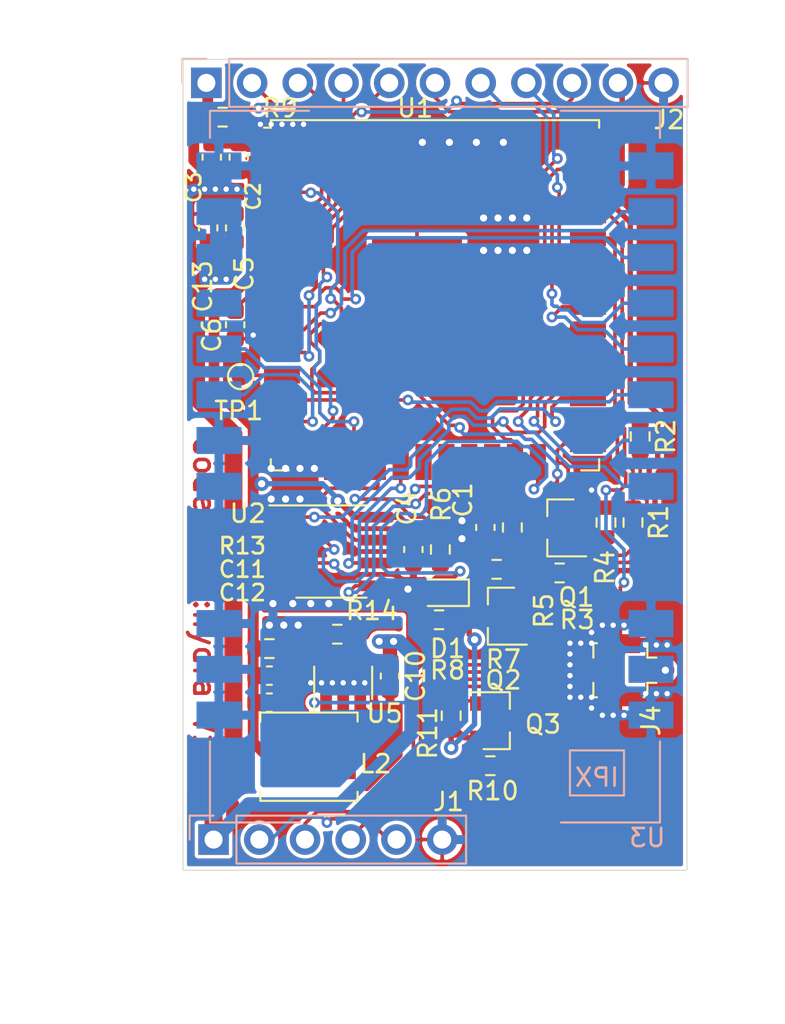
<source format=kicad_pcb>
(kicad_pcb (version 20171130) (host pcbnew 5.1.10)
  (layers (0 F.Cu signal hide) (31 B.Cu signal) (34 B.Paste user hide) (35 F.Paste user hide) (36 B.SilkS user) (37 F.SilkS user hide) (38 B.Mask user) (39 F.Mask user) (44 Edge.Cuts user))
  (net 0 "")
  (net 1 GND)
  (net 2 /EN)
  (net 3 /GPIO2)
  (net 4 "Net-(D1-Pad1)")
  (net 5 /GPIO0)
  (net 6 /DTR)
  (net 7 "Net-(Q1-Pad1)")
  (net 8 /RTS)
  (net 9 "Net-(Q2-Pad1)")
  (net 10 "Net-(J1-Pad4)")
  (net 11 /ESP32_RX)
  (net 12 "Net-(J1-Pad5)")
  (net 13 /ESP32_TX)
  (net 14 +3V3)
  (net 15 /GPIO16)
  (net 16 /e22_NRST)
  (net 17 /SCL)
  (net 18 /SDA)
  (net 19 "Net-(U1-Pad32)")
  (net 20 /e22_MISO)
  (net 21 /e22_NSS)
  (net 22 /e22_SCK)
  (net 23 /SRAM_CLK)
  (net 24 /SDI_SD1)
  (net 25 /SDO_SD0)
  (net 26 "Net-(U1-Pad20)")
  (net 27 "Net-(U1-Pad19)")
  (net 28 /SWP_SD3)
  (net 29 /SHD_SD2)
  (net 30 /e22_TXEN)
  (net 31 /e22_RXEN)
  (net 32 /e22_MOSI)
  (net 33 /e22_DIO1)
  (net 34 /e22_BUSY)
  (net 35 "Net-(J4-Pad1)")
  (net 36 +5V)
  (net 37 "Net-(U3-Pad8)")
  (net 38 /5V_pwrctrl)
  (net 39 "Net-(R13-Pad2)")
  (net 40 "Net-(L2-Pad1)")
  (net 41 GNDA)
  (net 42 /GPS_TX)
  (net 43 /vbat_mon)
  (net 44 /sensor_vp)
  (net 45 /USR_BTN)
  (net 46 "Net-(U1-Pad6)")
  (net 47 "Net-(J2-Pad10)")
  (net 48 "Net-(Q3-Pad1)")
  (net 49 /GPS_PWR_enable)
  (net 50 /GPS_RX)
  (net 51 /gpio_26)
  (module "meshtastic-diy 1W:meshtastic_logo" (layer F.Cu) (at 164.6 123)
    (fp_text reference G*** hide)
    (fp_text value LOGO hide)
  )
  (module Capacitor_SMD:C_0603_1608Metric (layer F.Cu) (at 145.4 96.125 270)
    (fp_text reference C6 (at 0.575 1.3 90) (layer F.SilkS))
    (fp_text value 100n)
    (pad 2 smd roundrect (at 0.775 0 270) (size 0.9 0.95) (layers F.Cu F.Paste F.Mask) (net 1 GND))
    (pad 1 smd roundrect (at -0.775 0 270) (size 0.9 0.95) (layers F.Cu F.Paste F.Mask) (net 43 /vbat_mon))
  )
  (module TestPoint:TestPoint_Pad_D1.0mm (layer F.Cu) (at 145.7 99)
    (fp_text reference TP1 (at -0.1 1.9) (layer F.SilkS))
    (fp_text value TestPoint)
    (pad 1 smd circle (at 0 0) (size 1 1) (layers F.Cu F.Mask) (net 51 /gpio_26))
  )
  (module Package_TO_SOT_SMD:SOT-23 (layer F.Cu) (at 159.9 118.1)
    (fp_text reference Q3 (at 2.6 0.2) (layer F.SilkS))
    (fp_text value CJ2301)
    (pad 3 smd rect (at 1 0) (size 0.9 0.8) (layers F.Cu F.Paste F.Mask) (net 47 "Net-(J2-Pad10)"))
    (pad 2 smd rect (at -1 0.95) (size 0.9 0.8) (layers F.Cu F.Paste F.Mask) (net 14 +3V3))
    (pad 1 smd rect (at -1 -0.95) (size 0.9 0.8) (layers F.Cu F.Paste F.Mask) (net 48 "Net-(Q3-Pad1)"))
  )
  (module "meshtastic-diy 1W:e22-900m30s-handsoldering" (layer B.Cu) (at 156.5 104 180)
    (fp_text reference U3 (at -11.8 -20.6) (layer B.SilkS) (effects (justify mirror)))
    (fp_text value E22-900M30S)
    (fp_text user IPX (at -9 -17.25) (layer B.SilkS) (effects (justify mirror)))
    (pad 22 smd rect (at -12 -13.79 180) (size 2.5 1.5) (layers B.Cu B.Paste B.Mask) (net 1 GND))
    (pad 21 smd rect (at -12 -11.25 180) (size 2.5 1.5) (layers B.Cu B.Paste B.Mask) (net 35 "Net-(J4-Pad1)"))
    (pad 20 smd rect (at -12 -8.71 180) (size 2.5 1.5) (layers B.Cu B.Paste B.Mask) (net 1 GND))
    (pad 19 smd rect (at -12 -1.09 180) (size 2.5 1.5) (layers B.Cu B.Paste B.Mask) (net 21 /e22_NSS))
    (pad 18 smd rect (at -12 1.45 180) (size 2.5 1.5) (layers B.Cu B.Paste B.Mask) (net 22 /e22_SCK))
    (pad 17 smd rect (at -12 3.99 180) (size 2.5 1.5) (layers B.Cu B.Paste B.Mask) (net 32 /e22_MOSI))
    (pad 16 smd rect (at -12 6.53 180) (size 2.5 1.5) (layers B.Cu B.Paste B.Mask) (net 20 /e22_MISO))
    (pad 15 smd rect (at -12 9.07 180) (size 2.5 1.5) (layers B.Cu B.Paste B.Mask) (net 16 /e22_NRST))
    (pad 14 smd rect (at -12 11.61 180) (size 2.5 1.5) (layers B.Cu B.Paste B.Mask) (net 34 /e22_BUSY))
    (pad 13 smd rect (at -12 14.15 180) (size 2.5 1.5) (layers B.Cu B.Paste B.Mask) (net 33 /e22_DIO1))
    (pad 12 smd rect (at -12 16.69 180) (size 2.5 1.5) (layers B.Cu B.Paste B.Mask) (net 1 GND))
    (pad 11 smd rect (at 12 16.69 180) (size 2.5 1.5) (layers B.Cu B.Paste B.Mask) (net 1 GND))
    (pad 10 smd rect (at 12 14.15 180) (size 2.5 1.5) (layers B.Cu B.Paste B.Mask) (net 36 +5V))
    (pad 9 smd rect (at 12 11.61 180) (size 2.5 1.5) (layers B.Cu B.Paste B.Mask) (net 36 +5V))
    (pad 8 smd rect (at 12 9.07 180) (size 2.5 1.5) (layers B.Cu B.Paste B.Mask) (net 37 "Net-(U3-Pad8)"))
    (pad 7 smd rect (at 12 6.53 180) (size 2.5 1.5) (layers B.Cu B.Paste B.Mask) (net 30 /e22_TXEN))
    (pad 6 smd rect (at 12 3.99 180) (size 2.5 1.5) (layers B.Cu B.Paste B.Mask) (net 31 /e22_RXEN))
    (pad 5 smd rect (at 12 1.45 180) (size 2.5 1.5) (layers B.Cu B.Paste B.Mask) (net 1 GND))
    (pad 4 smd rect (at 12 -1.09 180) (size 2.5 1.5) (layers B.Cu B.Paste B.Mask) (net 1 GND))
    (pad 3 smd rect (at 12 -8.71 180) (size 2.5 1.5) (layers B.Cu B.Paste B.Mask) (net 1 GND))
    (pad 2 smd rect (at 12 -11.25 180) (size 2.5 1.5) (layers B.Cu B.Paste B.Mask) (net 1 GND))
    (pad 1 smd rect (at 12 -13.79 180) (size 2.5 1.5) (layers B.Cu B.Paste B.Mask) (net 1 GND))
  )
  (module NetTie:NetTie-2_SMD_Pad0.5mm (layer B.Cu) (at 147.5 112.2 90)
    (fp_text reference NT1 hide)
    (fp_text value Net-Tie_2)
    (fp_poly (pts (xy -0.5 0.25) (xy 0.5 0.25) (xy 0.5 -0.25) (xy -0.5 -0.25)) (layer B.Cu) (width 0))
    (pad 2 smd circle (at 0.5 0 90) (size 0.5 0.5) (layers B.Cu) (net 1 GND))
    (pad 1 smd circle (at -0.5 0 90) (size 0.5 0.5) (layers B.Cu) (net 41 GNDA))
  )
  (module Package_TO_SOT_SMD:SOT-23-5 (layer F.Cu) (at 151.4 116 90)
    (fp_text reference U5 (at -1.7 2.3 180) (layer F.SilkS))
    (fp_text value PAM2312)
    (pad 5 smd rect (at 1.1 -0.95 90) (size 1.06 0.65) (layers F.Cu F.Paste F.Mask) (net 39 "Net-(R13-Pad2)"))
    (pad 4 smd rect (at 1.1 0.95 90) (size 1.06 0.65) (layers F.Cu F.Paste F.Mask) (net 36 +5V))
    (pad 3 smd rect (at -1.1 0.95 90) (size 1.06 0.65) (layers F.Cu F.Paste F.Mask) (net 40 "Net-(L2-Pad1)"))
    (pad 2 smd rect (at -1.1 0 90) (size 1.06 0.65) (layers F.Cu F.Paste F.Mask) (net 41 GNDA))
    (pad 1 smd rect (at -1.1 -0.95 90) (size 1.06 0.65) (layers F.Cu F.Paste F.Mask) (net 36 +5V))
  )
  (module Connector_PinHeader_2.54mm:PinHeader_1x11_P2.54mm_Vertical (layer B.Cu) (at 143.8 82.7 270)
    (fp_text reference J2 (at 2.05 -25.7 180) (layer F.SilkS))
    (fp_text value Conn_01x11_Female)
    (pad 11 thru_hole oval (at 0 -25.4 270) (size 1.7 1.7) (drill 1) (layers *.Cu *.Mask) (net 1 GND))
    (pad 10 thru_hole oval (at 0 -22.86 270) (size 1.7 1.7) (drill 1) (layers *.Cu *.Mask) (net 47 "Net-(J2-Pad10)"))
    (pad 9 thru_hole oval (at 0 -20.32 270) (size 1.7 1.7) (drill 1) (layers *.Cu *.Mask) (net 50 /GPS_RX))
    (pad 8 thru_hole oval (at 0 -17.78 270) (size 1.7 1.7) (drill 1) (layers *.Cu *.Mask) (net 42 /GPS_TX))
    (pad 7 thru_hole oval (at 0 -15.24 270) (size 1.7 1.7) (drill 1) (layers *.Cu *.Mask) (net 18 /SDA))
    (pad 6 thru_hole oval (at 0 -12.7 270) (size 1.7 1.7) (drill 1) (layers *.Cu *.Mask) (net 17 /SCL))
    (pad 5 thru_hole oval (at 0 -10.16 270) (size 1.7 1.7) (drill 1) (layers *.Cu *.Mask) (net 38 /5V_pwrctrl))
    (pad 4 thru_hole oval (at 0 -7.62 270) (size 1.7 1.7) (drill 1) (layers *.Cu *.Mask) (net 43 /vbat_mon))
    (pad 3 thru_hole oval (at 0 -5.08 270) (size 1.7 1.7) (drill 1) (layers *.Cu *.Mask) (net 45 /USR_BTN))
    (pad 2 thru_hole oval (at 0 -2.54 270) (size 1.7 1.7) (drill 1) (layers *.Cu *.Mask) (net 44 /sensor_vp))
    (pad 1 thru_hole rect (at 0 0 270) (size 1.7 1.7) (drill 1) (layers *.Cu *.Mask) (net 14 +3V3))
  )
  (module Resistor_SMD:R_0603_1608Metric (layer F.Cu) (at 157.4 117.825 270)
    (fp_text reference R11 (at 0.975 1.3 90) (layer F.SilkS))
    (fp_text value 10k)
    (pad 2 smd roundrect (at 0.825 0 270) (size 0.8 0.95) (layers F.Cu F.Paste F.Mask) (net 14 +3V3))
    (pad 1 smd roundrect (at -0.825 0 270) (size 0.8 0.95) (layers F.Cu F.Paste F.Mask) (net 48 "Net-(Q3-Pad1)"))
  )
  (module Resistor_SMD:R_0603_1608Metric (layer F.Cu) (at 159.575 120.6)
    (fp_text reference R10 (at 0.125 1.4) (layer F.SilkS))
    (fp_text value 100)
    (pad 2 smd roundrect (at 0.825 0) (size 0.8 0.95) (layers F.Cu F.Paste F.Mask) (net 49 /GPS_PWR_enable))
    (pad 1 smd roundrect (at -0.825 0) (size 0.8 0.95) (layers F.Cu F.Paste F.Mask) (net 48 "Net-(Q3-Pad1)"))
  )
  (module Resistor_SMD:R_0603_1608Metric (layer F.Cu) (at 156.8 108.6 270)
    (fp_text reference R6 (at -2.5 -0.05 90) (layer F.SilkS))
    (fp_text value 10k)
    (pad 2 smd roundrect (at 0.825 0 270) (size 0.8 0.95) (layers F.Cu F.Paste F.Mask) (net 14 +3V3))
    (pad 1 smd roundrect (at -0.825 0 270) (size 0.8 0.95) (layers F.Cu F.Paste F.Mask) (net 15 /GPIO16))
  )
  (module RF_Module:ESP32-WROOM-32U (layer F.Cu) (at 156.5 94.488)
    (fp_text reference U1 (at -1.1 -10.388 180) (layer F.SilkS))
    (fp_text value ESP32-WROOM-32U)
    (pad 38 smd rect (at 8.5 -8.255) (size 2 0.9) (layers F.Cu F.Paste F.Mask) (net 1 GND))
    (pad 37 smd rect (at 8.5 -6.985) (size 2 0.9) (layers F.Cu F.Paste F.Mask) (net 16 /e22_NRST))
    (pad 36 smd rect (at 8.5 -5.715) (size 2 0.9) (layers F.Cu F.Paste F.Mask) (net 17 /SCL))
    (pad 35 smd rect (at 8.5 -4.445) (size 2 0.9) (layers F.Cu F.Paste F.Mask) (net 13 /ESP32_TX))
    (pad 34 smd rect (at 8.5 -3.175) (size 2 0.9) (layers F.Cu F.Paste F.Mask) (net 11 /ESP32_RX))
    (pad 33 smd rect (at 8.5 -1.905) (size 2 0.9) (layers F.Cu F.Paste F.Mask) (net 18 /SDA))
    (pad 32 smd rect (at 8.5 -0.635) (size 2 0.9) (layers F.Cu F.Paste F.Mask) (net 19 "Net-(U1-Pad32)"))
    (pad 31 smd rect (at 8.5 0.635) (size 2 0.9) (layers F.Cu F.Paste F.Mask) (net 20 /e22_MISO))
    (pad 30 smd rect (at 8.5 1.905) (size 2 0.9) (layers F.Cu F.Paste F.Mask) (net 21 /e22_NSS))
    (pad 29 smd rect (at 8.5 3.175) (size 2 0.9) (layers F.Cu F.Paste F.Mask) (net 22 /e22_SCK))
    (pad 28 smd rect (at 8.5 4.445) (size 2 0.9) (layers F.Cu F.Paste F.Mask) (net 23 /SRAM_CLK))
    (pad 27 smd rect (at 8.5 5.715) (size 2 0.9) (layers F.Cu F.Paste F.Mask) (net 15 /GPIO16))
    (pad 26 smd rect (at 8.5 6.985) (size 2 0.9) (layers F.Cu F.Paste F.Mask) (net 49 /GPS_PWR_enable))
    (pad 25 smd rect (at 8.5 8.255) (size 2 0.9) (layers F.Cu F.Paste F.Mask) (net 5 /GPIO0))
    (pad 24 smd rect (at 5.715 9.255 90) (size 2 0.9) (layers F.Cu F.Paste F.Mask) (net 3 /GPIO2))
    (pad 23 smd rect (at 4.445 9.255 90) (size 2 0.9) (layers F.Cu F.Paste F.Mask) (net 42 /GPS_TX))
    (pad 22 smd rect (at 3.175 9.255 90) (size 2 0.9) (layers F.Cu F.Paste F.Mask) (net 24 /SDI_SD1))
    (pad 21 smd rect (at 1.905 9.255 90) (size 2 0.9) (layers F.Cu F.Paste F.Mask) (net 25 /SDO_SD0))
    (pad 20 smd rect (at 0.635 9.255 90) (size 2 0.9) (layers F.Cu F.Paste F.Mask) (net 26 "Net-(U1-Pad20)"))
    (pad 19 smd rect (at -0.635 9.255 90) (size 2 0.9) (layers F.Cu F.Paste F.Mask) (net 27 "Net-(U1-Pad19)"))
    (pad 18 smd rect (at -1.905 9.255 90) (size 2 0.9) (layers F.Cu F.Paste F.Mask) (net 28 /SWP_SD3))
    (pad 17 smd rect (at -3.175 9.255 90) (size 2 0.9) (layers F.Cu F.Paste F.Mask) (net 29 /SHD_SD2))
    (pad 16 smd rect (at -4.445 9.255 90) (size 2 0.9) (layers F.Cu F.Paste F.Mask) (net 30 /e22_TXEN))
    (pad 15 smd rect (at -5.715 9.255 270) (size 2 0.9) (layers F.Cu F.Paste F.Mask) (net 1 GND))
    (pad 14 smd rect (at -8.5 8.255) (size 2 0.9) (layers F.Cu F.Paste F.Mask) (net 50 /GPS_RX))
    (pad 13 smd rect (at -8.5 6.985) (size 2 0.9) (layers F.Cu F.Paste F.Mask) (net 31 /e22_RXEN))
    (pad 12 smd rect (at -8.5 5.715) (size 2 0.9) (layers F.Cu F.Paste F.Mask) (net 32 /e22_MOSI))
    (pad 11 smd rect (at -8.5 4.445) (size 2 0.9) (layers F.Cu F.Paste F.Mask) (net 51 /gpio_26))
    (pad 10 smd rect (at -8.5 3.175) (size 2 0.9) (layers F.Cu F.Paste F.Mask) (net 38 /5V_pwrctrl))
    (pad 9 smd rect (at -8.5 1.905) (size 2 0.9) (layers F.Cu F.Paste F.Mask) (net 33 /e22_DIO1))
    (pad 8 smd rect (at -8.5 0.635) (size 2 0.9) (layers F.Cu F.Paste F.Mask) (net 34 /e22_BUSY))
    (pad 7 smd rect (at -8.5 -0.635) (size 2 0.9) (layers F.Cu F.Paste F.Mask) (net 43 /vbat_mon))
    (pad 6 smd rect (at -8.5 -1.905) (size 2 0.9) (layers F.Cu F.Paste F.Mask) (net 46 "Net-(U1-Pad6)"))
    (pad 5 smd rect (at -8.5 -3.175) (size 2 0.9) (layers F.Cu F.Paste F.Mask) (net 45 /USR_BTN))
    (pad 4 smd rect (at -8.5 -4.445) (size 2 0.9) (layers F.Cu F.Paste F.Mask) (net 44 /sensor_vp))
    (pad 3 smd rect (at -8.5 -5.715) (size 2 0.9) (layers F.Cu F.Paste F.Mask) (net 2 /EN))
    (pad 2 smd rect (at -8.5 -6.985) (size 2 0.9) (layers F.Cu F.Paste F.Mask) (net 14 +3V3))
    (pad 1 smd rect (at -8.5 -8.255) (size 2 0.9) (layers F.Cu F.Paste F.Mask) (net 1 GND))
    (pad 39 smd rect (at -1 -0.755) (size 5 5) (layers F.Cu F.Paste F.Mask) (net 1 GND))
  )
  (module Resistor_SMD:R_0603_1608Metric (layer F.Cu) (at 144.7 84.6 180)
    (fp_text reference R9 (at -3.2 0.5) (layer F.SilkS))
    (fp_text value 10k)
    (pad 2 smd roundrect (at 0.825 0 180) (size 0.8 0.95) (layers F.Cu F.Paste F.Mask) (net 14 +3V3))
    (pad 1 smd roundrect (at -0.825 0 180) (size 0.8 0.95) (layers F.Cu F.Paste F.Mask) (net 45 /USR_BTN))
  )
  (module Resistor_SMD:R_0603_1608Metric (layer F.Cu) (at 156.725 112.5 180)
    (fp_text reference R8 (at -0.475 -2.8) (layer F.SilkS))
    (fp_text value 2.7k)
    (pad 2 smd roundrect (at 0.825 0 180) (size 0.8 0.95) (layers F.Cu F.Paste F.Mask) (net 1 GND))
    (pad 1 smd roundrect (at -0.825 0 180) (size 0.8 0.95) (layers F.Cu F.Paste F.Mask) (net 4 "Net-(D1-Pad1)"))
  )
  (module LED_SMD:LED_0603_1608Metric (layer F.Cu) (at 156.9 111 180)
    (fp_text reference D1 (at -0.3 -3.1) (layer F.SilkS))
    (fp_text value LED)
    (pad 2 smd roundrect (at 0.7875 0 180) (size 0.875 0.95) (layers F.Cu F.Paste F.Mask) (net 3 /GPIO2))
    (pad 1 smd roundrect (at -0.7875 0 180) (size 0.875 0.95) (layers F.Cu F.Paste F.Mask) (net 4 "Net-(D1-Pad1)"))
  )
  (module Connector_PinHeader_2.54mm:PinHeader_1x06_P2.54mm_Vertical (layer B.Cu) (at 144.2 124.7 270)
    (fp_text reference J1 (at -2.1 -13.05) (layer F.SilkS))
    (fp_text value "programming header")
    (pad 6 thru_hole oval (at 0 -12.7 270) (size 1.7 1.7) (drill 1) (layers *.Cu *.Mask) (net 1 GND))
    (pad 5 thru_hole oval (at 0 -10.16 270) (size 1.7 1.7) (drill 1) (layers *.Cu *.Mask) (net 12 "Net-(J1-Pad5)"))
    (pad 4 thru_hole oval (at 0 -7.62 270) (size 1.7 1.7) (drill 1) (layers *.Cu *.Mask) (net 10 "Net-(J1-Pad4)"))
    (pad 3 thru_hole oval (at 0 -5.08 270) (size 1.7 1.7) (drill 1) (layers *.Cu *.Mask) (net 6 /DTR))
    (pad 2 thru_hole oval (at 0 -2.54 270) (size 1.7 1.7) (drill 1) (layers *.Cu *.Mask) (net 8 /RTS))
    (pad 1 thru_hole rect (at 0 0 270) (size 1.7 1.7) (drill 1) (layers *.Cu *.Mask) (net 36 +5V))
  )
  (module "meshtastic-diy 1W:chilsin_BMRA00040412" (layer F.Cu) (at 149.5 120.1 180)
    (fp_text reference L2 (at -3.7 -0.4) (layer F.SilkS))
    (fp_text value 4.7µ)
    (pad 2 smd rect (at 1.85 0 180) (size 1.5 2.5) (layers F.Cu F.Paste F.Mask) (net 14 +3V3))
    (pad 1 smd rect (at -1.85 0 180) (size 1.5 2.5) (layers F.Cu F.Paste F.Mask) (net 40 "Net-(L2-Pad1)"))
  )
  (module Resistor_SMD:R_0603_1608Metric (layer F.Cu) (at 151.075 113.3)
    (fp_text reference R14 (at 1.925 -1.3) (layer F.SilkS))
    (fp_text value 100k)
    (pad 2 smd roundrect (at 0.825 0) (size 0.8 0.95) (layers F.Cu F.Paste F.Mask) (net 41 GNDA))
    (pad 1 smd roundrect (at -0.825 0) (size 0.8 0.95) (layers F.Cu F.Paste F.Mask) (net 39 "Net-(R13-Pad2)"))
  )
  (module Capacitor_SMD:C_0603_1608Metric (layer F.Cu) (at 147.3 115.6)
    (fp_text reference C11 (at -1.5 -5.9) (layer F.SilkS) (effects (font (size 0.9 0.9))))
    (fp_text value 22µ)
    (pad 2 smd roundrect (at 0.775 0) (size 0.9 0.95) (layers F.Cu F.Paste F.Mask) (net 41 GNDA))
    (pad 1 smd roundrect (at -0.775 0) (size 0.9 0.95) (layers F.Cu F.Paste F.Mask) (net 14 +3V3))
  )
  (module Resistor_SMD:R_0603_1608Metric (layer F.Cu) (at 147.3 114.1)
    (fp_text reference R13 (at -1.5 -5.7) (layer F.SilkS) (effects (font (size 0.9 0.9))))
    (fp_text value 540k)
    (pad 2 smd roundrect (at 0.825 0) (size 0.8 0.95) (layers F.Cu F.Paste F.Mask) (net 39 "Net-(R13-Pad2)"))
    (pad 1 smd roundrect (at -0.825 0) (size 0.8 0.95) (layers F.Cu F.Paste F.Mask) (net 14 +3V3))
  )
  (module Capacitor_SMD:C_0603_1608Metric (layer F.Cu) (at 154 115.625 270)
    (fp_text reference C10 (at 0 -1.43 90) (layer F.SilkS))
    (fp_text value 22µ)
    (pad 2 smd roundrect (at 0.775 0 270) (size 0.9 0.95) (layers F.Cu F.Paste F.Mask) (net 41 GNDA))
    (pad 1 smd roundrect (at -0.775 0 270) (size 0.9 0.95) (layers F.Cu F.Paste F.Mask) (net 36 +5V))
  )
  (module Capacitor_SMD:C_0603_1608Metric (layer F.Cu) (at 147.3 117.1)
    (fp_text reference C12 (at -1.5 -6.1) (layer F.SilkS) (effects (font (size 0.9 0.9))))
    (fp_text value 22µ)
    (pad 2 smd roundrect (at 0.775 0) (size 0.9 0.95) (layers F.Cu F.Paste F.Mask) (net 41 GNDA))
    (pad 1 smd roundrect (at -0.775 0) (size 0.9 0.95) (layers F.Cu F.Paste F.Mask) (net 14 +3V3))
  )
  (module Connector_Coaxial:U.FL_Molex_MCRF_73412-0110_Vertical (layer F.Cu) (at 166.8 115.3 90)
    (fp_text reference J4 (at -2.8 1.7 90) (layer F.SilkS))
    (fp_text value "ipex antenna")
    (pad 1 smd rect (at 0 1.5 90) (size 1 1) (layers F.Cu F.Paste F.Mask) (net 35 "Net-(J4-Pad1)"))
    (pad 2 smd rect (at 0 -1.5 90) (size 1 1) (layers F.Cu F.Paste F.Mask) (net 1 GND))
    (pad 2 smd rect (at 1.475 0 90) (size 1.05 2.2) (layers F.Cu F.Paste F.Mask) (net 1 GND))
    (pad 2 smd rect (at -1.475 0 90) (size 1.05 2.2) (layers F.Cu F.Paste F.Mask) (net 1 GND))
  )
  (module Capacitor_SMD:C_0603_1608Metric (layer F.Cu) (at 145.6 86.825 90)
    (fp_text reference C2 (at -2.175 0.8 90) (layer F.SilkS) (effects (font (size 0.8 0.8))))
    (fp_text value 100n)
    (pad 2 smd roundrect (at 0.775 0 90) (size 0.9 0.95) (layers F.Cu F.Paste F.Mask) (net 1 GND))
    (pad 1 smd roundrect (at -0.775 0 90) (size 0.9 0.95) (layers F.Cu F.Paste F.Mask) (net 14 +3V3))
  )
  (module Capacitor_SMD:C_0603_1608Metric (layer F.Cu) (at 143.9 90.75 90)
    (fp_text reference C13 (at -3.25 -0.3 90) (layer F.SilkS))
    (fp_text value 22µ)
    (pad 2 smd roundrect (at 0.775 0 90) (size 0.9 0.95) (layers F.Cu F.Paste F.Mask) (net 1 GND))
    (pad 1 smd roundrect (at -0.775 0 90) (size 0.9 0.95) (layers F.Cu F.Paste F.Mask) (net 36 +5V))
  )
  (module Capacitor_SMD:C_0603_1608Metric (layer F.Cu) (at 144.1 86.825 90)
    (fp_text reference C3 (at -1.675 -1 90) (layer F.SilkS) (effects (font (size 0.8 0.9))))
    (fp_text value 22µ)
    (pad 2 smd roundrect (at 0.775 0 90) (size 0.9 0.95) (layers F.Cu F.Paste F.Mask) (net 1 GND))
    (pad 1 smd roundrect (at -0.775 0 90) (size 0.9 0.95) (layers F.Cu F.Paste F.Mask) (net 14 +3V3))
  )
  (module Capacitor_SMD:C_0603_1608Metric (layer F.Cu) (at 145.4 90.75 90)
    (fp_text reference C5 (at -2.55 0.5 90) (layer F.SilkS))
    (fp_text value 100n)
    (pad 2 smd roundrect (at 0.775 0 90) (size 0.9 0.95) (layers F.Cu F.Paste F.Mask) (net 1 GND))
    (pad 1 smd roundrect (at -0.775 0 90) (size 0.9 0.95) (layers F.Cu F.Paste F.Mask) (net 36 +5V))
  )
  (module Capacitor_SMD:C_0603_1608Metric (layer F.Cu) (at 155.3 108.6 270)
    (fp_text reference C4 (at -2.3 0.35 270) (layer F.SilkS))
    (fp_text value 100n)
    (pad 2 smd roundrect (at 0.775 0 270) (size 0.9 0.95) (layers F.Cu F.Paste F.Mask) (net 1 GND))
    (pad 1 smd roundrect (at -0.775 0 270) (size 0.9 0.95) (layers F.Cu F.Paste F.Mask) (net 14 +3V3))
  )
  (module Package_SO:SOIC-8_3.9x4.9mm_P1.27mm (layer F.Cu) (at 150.749 108.712)
    (fp_text reference U2 (at -4.649 -2.112) (layer F.SilkS))
    (fp_text value ESP-PSRAM32)
    (pad 8 smd roundrect (at 2.475 -1.905) (size 1.95 0.6) (layers F.Cu F.Paste F.Mask) (net 14 +3V3))
    (pad 7 smd roundrect (at 2.475 -0.635) (size 1.95 0.6) (layers F.Cu F.Paste F.Mask) (net 29 /SHD_SD2))
    (pad 6 smd roundrect (at 2.475 0.635) (size 1.95 0.6) (layers F.Cu F.Paste F.Mask) (net 23 /SRAM_CLK))
    (pad 5 smd roundrect (at 2.475 1.905) (size 1.95 0.6) (layers F.Cu F.Paste F.Mask) (net 24 /SDI_SD1))
    (pad 4 smd roundrect (at -2.475 1.905) (size 1.95 0.6) (layers F.Cu F.Paste F.Mask) (net 1 GND))
    (pad 3 smd roundrect (at -2.475 0.635) (size 1.95 0.6) (layers F.Cu F.Paste F.Mask) (net 28 /SWP_SD3))
    (pad 2 smd roundrect (at -2.475 -0.635) (size 1.95 0.6) (layers F.Cu F.Paste F.Mask) (net 25 /SDO_SD0))
    (pad 1 smd roundrect (at -2.475 -1.905) (size 1.95 0.6) (layers F.Cu F.Paste F.Mask) (net 15 /GPIO16))
  )
  (module Resistor_SMD:R_0603_1608Metric (layer F.Cu) (at 159.925 109.7)
    (fp_text reference R7 (at 0.375 5) (layer F.SilkS))
    (fp_text value 10k)
    (pad 2 smd roundrect (at 0.825 0) (size 0.8 0.95) (layers F.Cu F.Paste F.Mask) (net 2 /EN))
    (pad 1 smd roundrect (at -0.825 0) (size 0.8 0.95) (layers F.Cu F.Paste F.Mask) (net 14 +3V3))
  )
  (module Resistor_SMD:R_0603_1608Metric (layer F.Cu) (at 160.8 107.375 270)
    (fp_text reference R5 (at 4.625 -1.75 90) (layer F.SilkS))
    (fp_text value 10k)
    (pad 2 smd roundrect (at 0.825 0 270) (size 0.8 0.95) (layers F.Cu F.Paste F.Mask) (net 14 +3V3))
    (pad 1 smd roundrect (at -0.825 0 270) (size 0.8 0.95) (layers F.Cu F.Paste F.Mask) (net 5 /GPIO0))
  )
  (module Resistor_SMD:R_0603_1608Metric (layer F.Cu) (at 166 107.1 270)
    (fp_text reference R4 (at 2.5 0.05 90) (layer F.SilkS))
    (fp_text value 10k)
    (pad 2 smd roundrect (at 0.825 0 270) (size 0.8 0.95) (layers F.Cu F.Paste F.Mask) (net 9 "Net-(Q2-Pad1)"))
    (pad 1 smd roundrect (at -0.825 0 270) (size 0.8 0.95) (layers F.Cu F.Paste F.Mask) (net 6 /DTR))
  )
  (module Resistor_SMD:R_0603_1608Metric (layer F.Cu) (at 163.425 109.9)
    (fp_text reference R3 (at 0.975 2.6) (layer F.SilkS))
    (fp_text value 10k)
    (pad 2 smd roundrect (at 0.825 0) (size 0.8 0.95) (layers F.Cu F.Paste F.Mask) (net 7 "Net-(Q1-Pad1)"))
    (pad 1 smd roundrect (at -0.825 0) (size 0.8 0.95) (layers F.Cu F.Paste F.Mask) (net 8 /RTS))
  )
  (module Resistor_SMD:R_0603_1608Metric (layer F.Cu) (at 167.9 102.325 270)
    (fp_text reference R2 (at 0 -1.43 90) (layer F.SilkS))
    (fp_text value 2.7k)
    (pad 2 smd roundrect (at 0.825 0 270) (size 0.8 0.95) (layers F.Cu F.Paste F.Mask) (net 12 "Net-(J1-Pad5)"))
    (pad 1 smd roundrect (at -0.825 0 270) (size 0.8 0.95) (layers F.Cu F.Paste F.Mask) (net 13 /ESP32_TX))
  )
  (module Resistor_SMD:R_0603_1608Metric (layer F.Cu) (at 167.5 107.1 270)
    (fp_text reference R1 (at 0 -1.43 90) (layer F.SilkS))
    (fp_text value 2.7k)
    (pad 2 smd roundrect (at 0.825 0 270) (size 0.8 0.95) (layers F.Cu F.Paste F.Mask) (net 10 "Net-(J1-Pad4)"))
    (pad 1 smd roundrect (at -0.825 0 270) (size 0.8 0.95) (layers F.Cu F.Paste F.Mask) (net 11 /ESP32_RX))
  )
  (module Package_TO_SOT_SMD:SOT-23 (layer F.Cu) (at 160.2 112.3 180)
    (fp_text reference Q2 (at -0.1 -3.55) (layer F.SilkS))
    (fp_text value BC848)
    (pad 3 smd rect (at 1 0 180) (size 0.9 0.8) (layers F.Cu F.Paste F.Mask) (net 2 /EN))
    (pad 2 smd rect (at -1 0.95 180) (size 0.9 0.8) (layers F.Cu F.Paste F.Mask) (net 8 /RTS))
    (pad 1 smd rect (at -1 -0.95 180) (size 0.9 0.8) (layers F.Cu F.Paste F.Mask) (net 9 "Net-(Q2-Pad1)"))
  )
  (module Package_TO_SOT_SMD:SOT-23 (layer F.Cu) (at 163.5 107.4 180)
    (fp_text reference Q1 (at -0.85 -3.85) (layer F.SilkS))
    (fp_text value BC848)
    (pad 3 smd rect (at 1 0 180) (size 0.9 0.8) (layers F.Cu F.Paste F.Mask) (net 5 /GPIO0))
    (pad 2 smd rect (at -1 0.95 180) (size 0.9 0.8) (layers F.Cu F.Paste F.Mask) (net 6 /DTR))
    (pad 1 smd rect (at -1 -0.95 180) (size 0.9 0.8) (layers F.Cu F.Paste F.Mask) (net 7 "Net-(Q1-Pad1)"))
  )
  (module Capacitor_SMD:C_0603_1608Metric (layer F.Cu) (at 159.3 107.375 270)
    (fp_text reference C1 (at -1.525 1.25 90) (layer F.SilkS))
    (fp_text value 100n)
    (pad 2 smd roundrect (at 0.775 0 270) (size 0.9 0.95) (layers F.Cu F.Paste F.Mask) (net 1 GND))
    (pad 1 smd roundrect (at -0.775 0 270) (size 0.9 0.95) (layers F.Cu F.Paste F.Mask) (net 2 /EN))
  )
  (gr_text "codename:hydra V1.0" (at 143.7 112 -90) (layer F.Cu) (effects (font (size 1.2 1.2) (thickness 0.2))))
  (gr_line (start 142.5 81.4) (end 142.5 126.4) (layer Edge.Cuts) (width 0.05))
  (gr_line (start 170.5 81.4) (end 142.5 81.4) (layer Edge.Cuts) (width 0.05))
  (gr_line (start 170.5 126.4) (end 170.5 81.4) (layer Edge.Cuts) (width 0.05))
  (gr_line (start 142.5 126.4) (end 170.5 126.4) (layer Edge.Cuts) (width 0.05))
  (via (at 143.7 88.599998) (size 0.6) (drill 0.3) (layers F.Cu B.Cu) (net 1))
  (via (at 144.3 88.599998) (size 0.6) (drill 0.3) (layers F.Cu B.Cu) (net 1))
  (segment (start 143.7 88.599998) (end 144.3 88.599998) (width 0.6) (layer B.Cu) (net 1))
  (segment (start 143.7 88.11) (end 144.5 87.31) (width 0.6) (layer B.Cu) (net 1))
  (segment (start 143.7 88.599998) (end 143.7 88.11) (width 0.6) (layer B.Cu) (net 1))
  (via (at 144.9 88.599998) (size 0.6) (drill 0.3) (layers F.Cu B.Cu) (net 1))
  (segment (start 144.3 88.599998) (end 144.9 88.599998) (width 0.6) (layer F.Cu) (net 1))
  (segment (start 144.9 88.599998) (end 143.7 88.599998) (width 0.6) (layer B.Cu) (net 1))
  (segment (start 144.9 87.71) (end 144.5 87.31) (width 0.6) (layer B.Cu) (net 1))
  (segment (start 144.9 88.599998) (end 144.9 87.71) (width 0.6) (layer B.Cu) (net 1))
  (segment (start 144.3 87.51) (end 144.5 87.31) (width 0.6) (layer B.Cu) (net 1))
  (segment (start 144.3 88.599998) (end 144.3 87.51) (width 0.6) (layer B.Cu) (net 1))
  (via (at 168.2 113.9) (size 0.6) (drill 0.3) (layers F.Cu B.Cu) (net 1))
  (segment (start 168.125 113.825) (end 168.2 113.9) (width 0.2) (layer F.Cu) (net 1))
  (segment (start 166.8 113.825) (end 168.125 113.825) (width 0.2) (layer F.Cu) (net 1))
  (via (at 168.8 113.9) (size 0.6) (drill 0.3) (layers F.Cu B.Cu) (net 1))
  (segment (start 168.2 113.9) (end 168.8 113.9) (width 0.2) (layer B.Cu) (net 1))
  (via (at 169.4 113.9) (size 0.6) (drill 0.3) (layers F.Cu B.Cu) (net 1))
  (segment (start 168.8 113.9) (end 169.4 113.9) (width 0.2) (layer F.Cu) (net 1))
  (via (at 168.2 116.6) (size 0.6) (drill 0.3) (layers F.Cu B.Cu) (net 1))
  (segment (start 168.025 116.775) (end 168.2 116.6) (width 0.2) (layer F.Cu) (net 1))
  (segment (start 166.8 116.775) (end 168.025 116.775) (width 0.2) (layer F.Cu) (net 1))
  (via (at 168.8 116.6) (size 0.6) (drill 0.3) (layers F.Cu B.Cu) (net 1))
  (segment (start 168.2 116.6) (end 168.8 116.6) (width 0.2) (layer B.Cu) (net 1))
  (via (at 169.4 116.6) (size 0.6) (drill 0.3) (layers F.Cu B.Cu) (net 1))
  (segment (start 168.8 116.6) (end 169.4 116.6) (width 0.2) (layer F.Cu) (net 1))
  (segment (start 165.225 113.825) (end 165.2 113.8) (width 0.2) (layer F.Cu) (net 1))
  (via (at 165.2 113.8) (size 0.6) (drill 0.3) (layers F.Cu B.Cu) (net 1))
  (segment (start 166.8 113.825) (end 165.225 113.825) (width 0.2) (layer F.Cu) (net 1))
  (via (at 164.6 113.8) (size 0.6) (drill 0.3) (layers F.Cu B.Cu) (net 1))
  (segment (start 165.2 113.8) (end 164.6 113.8) (width 0.2) (layer B.Cu) (net 1))
  (via (at 164 113.8) (size 0.6) (drill 0.3) (layers F.Cu B.Cu) (net 1))
  (segment (start 164.6 113.8) (end 164 113.8) (width 0.2) (layer F.Cu) (net 1))
  (via (at 164 114.4) (size 0.6) (drill 0.3) (layers F.Cu B.Cu) (net 1))
  (segment (start 164 113.8) (end 164 114.4) (width 0.2) (layer B.Cu) (net 1))
  (via (at 164 115) (size 0.6) (drill 0.3) (layers F.Cu B.Cu) (net 1))
  (segment (start 164 114.4) (end 164 115) (width 0.2) (layer F.Cu) (net 1))
  (via (at 164 115.6) (size 0.6) (drill 0.3) (layers F.Cu B.Cu) (net 1))
  (segment (start 164 115) (end 164 115.6) (width 0.2) (layer B.Cu) (net 1))
  (via (at 164 116.2) (size 0.6) (drill 0.3) (layers F.Cu B.Cu) (net 1))
  (segment (start 164 115.6) (end 164 116.2) (width 0.2) (layer F.Cu) (net 1))
  (via (at 164 116.8) (size 0.6) (drill 0.3) (layers F.Cu B.Cu) (net 1))
  (segment (start 164 116.2) (end 164 116.8) (width 0.2) (layer B.Cu) (net 1))
  (via (at 164.6 116.8) (size 0.6) (drill 0.3) (layers F.Cu B.Cu) (net 1))
  (segment (start 164 116.8) (end 164.6 116.8) (width 0.2) (layer F.Cu) (net 1))
  (via (at 165.2 116.8) (size 0.6) (drill 0.3) (layers F.Cu B.Cu) (net 1))
  (segment (start 164.6 116.8) (end 165.2 116.8) (width 0.2) (layer B.Cu) (net 1))
  (segment (start 166.775 116.8) (end 166.8 116.775) (width 0.2) (layer F.Cu) (net 1))
  (segment (start 165.2 116.8) (end 166.775 116.8) (width 0.2) (layer F.Cu) (net 1))
  (segment (start 169.4 113.9) (end 164.1 113.9) (width 0.8) (layer F.Cu) (net 1))
  (segment (start 164.025 116.775) (end 164 116.8) (width 0.8) (layer F.Cu) (net 1))
  (segment (start 166.8 116.775) (end 164.025 116.775) (width 0.8) (layer F.Cu) (net 1))
  (segment (start 169.225 116.775) (end 169.4 116.6) (width 0.8) (layer F.Cu) (net 1))
  (segment (start 166.8 116.775) (end 169.225 116.775) (width 0.8) (layer F.Cu) (net 1))
  (via (at 165.2 117.4) (size 0.6) (drill 0.3) (layers F.Cu B.Cu) (net 1))
  (segment (start 165.2 116.8) (end 165.2 117.4) (width 0.2) (layer F.Cu) (net 1))
  (via (at 165.2 113.2) (size 0.6) (drill 0.3) (layers F.Cu B.Cu) (net 1))
  (segment (start 165.2 113.8) (end 165.2 113.2) (width 0.2) (layer B.Cu) (net 1))
  (via (at 165.8 112.8) (size 0.6) (drill 0.3) (layers F.Cu B.Cu) (net 1))
  (segment (start 165.4 113.2) (end 165.8 112.8) (width 0.2) (layer F.Cu) (net 1))
  (segment (start 165.2 113.2) (end 165.4 113.2) (width 0.2) (layer F.Cu) (net 1))
  (via (at 166.4 112.8) (size 0.6) (drill 0.3) (layers F.Cu B.Cu) (net 1))
  (segment (start 165.8 112.8) (end 166.4 112.8) (width 0.2) (layer B.Cu) (net 1))
  (via (at 167 112.8) (size 0.6) (drill 0.3) (layers F.Cu B.Cu) (net 1))
  (segment (start 166.4 112.8) (end 167 112.8) (width 0.2) (layer F.Cu) (net 1))
  (via (at 165.8 117.8) (size 0.6) (drill 0.3) (layers F.Cu B.Cu) (net 1))
  (segment (start 165.4 117.4) (end 165.8 117.8) (width 0.2) (layer B.Cu) (net 1))
  (segment (start 165.2 117.4) (end 165.4 117.4) (width 0.2) (layer B.Cu) (net 1))
  (via (at 166.4 117.8) (size 0.6) (drill 0.3) (layers F.Cu B.Cu) (net 1))
  (segment (start 165.8 117.8) (end 166.4 117.8) (width 0.2) (layer F.Cu) (net 1))
  (via (at 167 117.8) (size 0.6) (drill 0.3) (layers F.Cu B.Cu) (net 1))
  (segment (start 166.4 117.8) (end 167 117.8) (width 0.2) (layer B.Cu) (net 1))
  (via (at 143.1 88.6) (size 0.6) (drill 0.3) (layers F.Cu B.Cu) (net 1))
  (segment (start 143.100002 88.599998) (end 143.1 88.6) (width 0.25) (layer F.Cu) (net 1))
  (segment (start 143.7 88.599998) (end 143.100002 88.599998) (width 0.25) (layer F.Cu) (net 1))
  (segment (start 144.899998 88.6) (end 144.9 88.599998) (width 0.6) (layer B.Cu) (net 1))
  (segment (start 143.1 88.6) (end 144.899998 88.6) (width 0.6) (layer B.Cu) (net 1))
  (via (at 145.5 88.6) (size 0.6) (drill 0.3) (layers F.Cu B.Cu) (net 1))
  (segment (start 144.900002 88.6) (end 144.9 88.599998) (width 0.6) (layer B.Cu) (net 1))
  (segment (start 145.5 88.6) (end 144.900002 88.6) (width 0.6) (layer B.Cu) (net 1))
  (via (at 160.3 86) (size 0.8) (drill 0.4) (layers F.Cu B.Cu) (net 1))
  (segment (start 164.767 86) (end 160.3 86) (width 0.4) (layer F.Cu) (net 1))
  (segment (start 165 86.233) (end 164.767 86) (width 0.4) (layer F.Cu) (net 1))
  (segment (start 160.3 86) (end 158.8 86) (width 0.4) (layer B.Cu) (net 1))
  (via (at 158.8 86) (size 0.8) (drill 0.4) (layers F.Cu B.Cu) (net 1))
  (segment (start 158.8 86) (end 157.3 86) (width 0.4) (layer B.Cu) (net 1))
  (via (at 157.3 86) (size 0.8) (drill 0.4) (layers F.Cu B.Cu) (net 1))
  (segment (start 157.3 86) (end 155.8 86) (width 0.4) (layer B.Cu) (net 1))
  (via (at 155.8 86) (size 0.8) (drill 0.4) (layers F.Cu B.Cu) (net 1))
  (via (at 158 108) (size 0.8) (drill 0.4) (layers F.Cu B.Cu) (net 1))
  (segment (start 158.15 108.15) (end 158 108) (width 0.2) (layer F.Cu) (net 1))
  (segment (start 159.3 108.15) (end 158.15 108.15) (width 0.2) (layer F.Cu) (net 1))
  (via (at 158 107) (size 0.8) (drill 0.4) (layers F.Cu B.Cu) (net 1))
  (segment (start 158 108) (end 158 107) (width 0.2) (layer F.Cu) (net 1))
  (via (at 147.5 111.60003) (size 0.8) (drill 0.4) (layers F.Cu B.Cu) (net 1))
  (segment (start 147.5 111.391) (end 147.5 111.60003) (width 0.4) (layer F.Cu) (net 1))
  (via (at 148.6 111.6) (size 0.8) (drill 0.4) (layers F.Cu B.Cu) (net 1))
  (segment (start 148.59997 111.60003) (end 148.6 111.6) (width 0.4) (layer B.Cu) (net 1))
  (segment (start 147.5 111.60003) (end 148.59997 111.60003) (width 0.4) (layer B.Cu) (net 1))
  (via (at 149.6 111.59999) (size 0.8) (drill 0.4) (layers F.Cu B.Cu) (net 1))
  (segment (start 148.6 111.6) (end 149.59999 111.6) (width 0.4) (layer F.Cu) (net 1))
  (segment (start 149.59999 111.6) (end 149.6 111.59999) (width 0.4) (layer F.Cu) (net 1))
  (segment (start 150.599994 111.59999) (end 150.600004 111.6) (width 0.4) (layer B.Cu) (net 1))
  (segment (start 149.6 111.59999) (end 150.599994 111.59999) (width 0.4) (layer B.Cu) (net 1))
  (via (at 150.600004 111.6) (size 0.8) (drill 0.4) (layers F.Cu B.Cu) (net 1))
  (segment (start 151.4 111.6) (end 150.600004 111.6) (width 0.4) (layer F.Cu) (net 1))
  (via (at 165.2 105.3) (size 0.6) (drill 0.3) (layers F.Cu B.Cu) (net 1))
  (segment (start 163.5 107) (end 165.2 105.3) (width 0.2) (layer B.Cu) (net 1))
  (segment (start 158 107) (end 163.5 107) (width 0.2) (layer B.Cu) (net 1))
  (segment (start 143.9 88.799998) (end 143.7 88.599998) (width 0.6) (layer F.Cu) (net 1))
  (segment (start 143.9 89.975) (end 143.9 88.799998) (width 0.6) (layer F.Cu) (net 1))
  (segment (start 145.4 88.9) (end 145.1 88.6) (width 0.6) (layer F.Cu) (net 1))
  (segment (start 145.4 89.975) (end 145.4 88.9) (width 0.6) (layer F.Cu) (net 1))
  (segment (start 145.1 88.6) (end 145.5 88.6) (width 0.6) (layer F.Cu) (net 1))
  (segment (start 143.1 88.6) (end 145.1 88.6) (width 0.6) (layer F.Cu) (net 1))
  (segment (start 144.1 86.05) (end 145.6 86.05) (width 0.6) (layer F.Cu) (net 1))
  (segment (start 145.6 86.05) (end 145.95 86.05) (width 0.6) (layer F.Cu) (net 1))
  (segment (start 146.133 86.233) (end 148 86.233) (width 0.6) (layer F.Cu) (net 1))
  (segment (start 145.95 86.05) (end 146.133 86.233) (width 0.6) (layer F.Cu) (net 1))
  (segment (start 148 86.233) (end 148 85) (width 0.6) (layer F.Cu) (net 1))
  (via (at 148 85) (size 0.6) (drill 0.3) (layers F.Cu B.Cu) (net 1))
  (via (at 147.4 85) (size 0.6) (drill 0.3) (layers F.Cu B.Cu) (net 1))
  (segment (start 148 85) (end 147.4 85) (width 0.6) (layer F.Cu) (net 1))
  (via (at 146.8 85) (size 0.6) (drill 0.3) (layers F.Cu B.Cu) (net 1))
  (segment (start 147.4 85) (end 146.8 85) (width 0.6) (layer F.Cu) (net 1))
  (via (at 148.6 85) (size 0.6) (drill 0.3) (layers F.Cu B.Cu) (net 1))
  (segment (start 148 85) (end 148.6 85) (width 0.6) (layer B.Cu) (net 1))
  (via (at 149.2 85) (size 0.6) (drill 0.3) (layers F.Cu B.Cu) (net 1))
  (segment (start 148.6 85) (end 149.2 85) (width 0.6) (layer F.Cu) (net 1))
  (via (at 155 110.8) (size 0.8) (drill 0.4) (layers F.Cu B.Cu) (net 1))
  (segment (start 155.3 109.375) (end 155.3 110.5) (width 0.4) (layer F.Cu) (net 1))
  (segment (start 155.3 110.5) (end 155 110.8) (width 0.4) (layer F.Cu) (net 1))
  (segment (start 148.274 111.274) (end 148.6 111.6) (width 0.2) (layer F.Cu) (net 1))
  (segment (start 148.274 110.617) (end 148.274 111.274) (width 0.2) (layer F.Cu) (net 1))
  (segment (start 144.5 105.09) (end 144.5 106.5) (width 0.2) (layer B.Cu) (net 1))
  (segment (start 144.5 106.5) (end 145 107) (width 0.2) (layer B.Cu) (net 1))
  (segment (start 145 107) (end 147.8 107) (width 0.2) (layer B.Cu) (net 1))
  (via (at 147.4 105.8) (size 0.8) (drill 0.4) (layers F.Cu B.Cu) (net 1))
  (segment (start 147.4 106.6) (end 147.4 105.8) (width 0.2) (layer B.Cu) (net 1))
  (segment (start 147.8 107) (end 147.4 106.6) (width 0.2) (layer B.Cu) (net 1))
  (via (at 148.2 105.8) (size 0.8) (drill 0.4) (layers F.Cu B.Cu) (net 1))
  (segment (start 147.4 105.8) (end 148.2 105.8) (width 0.2) (layer F.Cu) (net 1))
  (via (at 149 105.8) (size 0.8) (drill 0.4) (layers F.Cu B.Cu) (net 1))
  (segment (start 148.2 105.8) (end 149 105.8) (width 0.2) (layer B.Cu) (net 1))
  (via (at 149.8 104.1) (size 0.8) (drill 0.4) (layers F.Cu B.Cu) (net 1))
  (via (at 149 104.1) (size 0.8) (drill 0.4) (layers F.Cu B.Cu) (net 1))
  (segment (start 149.8 104.1) (end 149 104.1) (width 0.2) (layer B.Cu) (net 1))
  (via (at 148.2 104.1) (size 0.8) (drill 0.4) (layers F.Cu B.Cu) (net 1))
  (segment (start 149 104.1) (end 148.2 104.1) (width 0.2) (layer F.Cu) (net 1))
  (via (at 147.4 104.1) (size 0.8) (drill 0.4) (layers F.Cu B.Cu) (net 1))
  (segment (start 148.2 104.1) (end 147.4 104.1) (width 0.2) (layer B.Cu) (net 1))
  (segment (start 149 105.8) (end 149.799989 105.8) (width 0.2) (layer F.Cu) (net 1))
  (segment (start 149.8 104.1) (end 149.8 105.799989) (width 0.2) (layer F.Cu) (net 1))
  (segment (start 149.8 105.799989) (end 149.799989 105.8) (width 0.2) (layer F.Cu) (net 1))
  (segment (start 164 113.8) (end 164 116.8) (width 0.6) (layer F.Cu) (net 1))
  (segment (start 147.5 111.60003) (end 147.29997 111.60003) (width 0.6) (layer F.Cu) (net 1))
  (segment (start 147.5 111.7) (end 146.8 111.7) (width 0.6) (layer B.Cu) (net 1))
  (segment (start 148.5 111.6) (end 148.4 111.7) (width 0.6) (layer B.Cu) (net 1))
  (segment (start 148.6 111.6) (end 148.5 111.6) (width 0.6) (layer B.Cu) (net 1))
  (segment (start 148.4 111.7) (end 146.8 111.7) (width 0.6) (layer B.Cu) (net 1))
  (via (at 159.2 90.2) (size 0.8) (drill 0.4) (layers F.Cu B.Cu) (net 1))
  (segment (start 158.8 89.8) (end 159.2 90.2) (width 0.2) (layer F.Cu) (net 1))
  (segment (start 158.8 86) (end 158.8 89.8) (width 0.2) (layer F.Cu) (net 1))
  (via (at 160 90.2) (size 0.8) (drill 0.4) (layers F.Cu B.Cu) (net 1))
  (segment (start 159.2 90.2) (end 160 90.2) (width 0.2) (layer B.Cu) (net 1))
  (via (at 160.8 90.2) (size 0.8) (drill 0.4) (layers F.Cu B.Cu) (net 1))
  (segment (start 160 90.2) (end 160.8 90.2) (width 0.2) (layer F.Cu) (net 1))
  (via (at 161.6 90.2) (size 0.8) (drill 0.4) (layers F.Cu B.Cu) (net 1))
  (segment (start 160.8 90.2) (end 161.6 90.2) (width 0.2) (layer B.Cu) (net 1))
  (via (at 161.6 92) (size 0.8) (drill 0.4) (layers F.Cu B.Cu) (net 1))
  (segment (start 161.6 90.2) (end 161.6 92) (width 0.2) (layer F.Cu) (net 1))
  (via (at 160.8 92) (size 0.8) (drill 0.4) (layers F.Cu B.Cu) (net 1))
  (segment (start 161.6 92) (end 160.8 92) (width 0.2) (layer B.Cu) (net 1))
  (via (at 160 92) (size 0.8) (drill 0.4) (layers F.Cu B.Cu) (net 1))
  (segment (start 160.8 92) (end 160 92) (width 0.2) (layer F.Cu) (net 1))
  (via (at 159.2 92) (size 0.8) (drill 0.4) (layers F.Cu B.Cu) (net 1))
  (segment (start 160 92) (end 159.2 92) (width 0.2) (layer B.Cu) (net 1))
  (via (at 146.4 96.7) (size 0.6) (drill 0.3) (layers F.Cu B.Cu) (net 1))
  (segment (start 146.2 96.9) (end 146.4 96.7) (width 0.2) (layer F.Cu) (net 1))
  (segment (start 145.3 96.9) (end 146.2 96.9) (width 0.2) (layer F.Cu) (net 1))
  (via (at 157.869975 101.819975) (size 0.6) (drill 0.3) (layers F.Cu B.Cu) (net 2))
  (segment (start 159.5 106.6) (end 160.25001 105.84999) (width 0.2) (layer F.Cu) (net 2))
  (segment (start 161.55001 107.25001) (end 161.749999 107.449999) (width 0.2) (layer F.Cu) (net 2))
  (segment (start 160.15001 107.25001) (end 161.55001 107.25001) (width 0.2) (layer F.Cu) (net 2))
  (segment (start 159.5 106.6) (end 160.15001 107.25001) (width 0.2) (layer F.Cu) (net 2))
  (segment (start 161.025 109.7) (end 161.025 109.575) (width 0.2) (layer F.Cu) (net 2))
  (segment (start 161.749999 108.850001) (end 161.749999 107.850001) (width 0.2) (layer F.Cu) (net 2))
  (segment (start 161.025 109.575) (end 161.749999 108.850001) (width 0.2) (layer F.Cu) (net 2))
  (segment (start 161.749999 107.449999) (end 161.749999 107.850001) (width 0.2) (layer F.Cu) (net 2))
  (segment (start 161.85001 105.84999) (end 162.05001 105.84999) (width 0.2) (layer F.Cu) (net 2))
  (segment (start 161.85001 105.84999) (end 162.24999 105.84999) (width 0.2) (layer F.Cu) (net 2))
  (via (at 163.3 104.4) (size 0.6) (drill 0.3) (layers F.Cu B.Cu) (net 2))
  (segment (start 163.3 104.7) (end 163.3 104.4) (width 0.2) (layer F.Cu) (net 2))
  (segment (start 163.3 104.824264) (end 163.3 104.4) (width 0.2) (layer F.Cu) (net 2))
  (segment (start 162.274274 105.84999) (end 163.3 104.824264) (width 0.2) (layer F.Cu) (net 2))
  (segment (start 161.14999 105.84999) (end 162.274274 105.84999) (width 0.2) (layer F.Cu) (net 2))
  (segment (start 160.25001 105.84999) (end 161.14999 105.84999) (width 0.2) (layer F.Cu) (net 2))
  (segment (start 161.14999 105.84999) (end 161.85001 105.84999) (width 0.2) (layer F.Cu) (net 2))
  (segment (start 159.2 111.525) (end 159.2 112.3) (width 0.2) (layer F.Cu) (net 2))
  (segment (start 159.3625 110.9375) (end 159.3625 111.3625) (width 0.2) (layer F.Cu) (net 2))
  (segment (start 159.3625 111.3625) (end 159.2 111.525) (width 0.2) (layer F.Cu) (net 2))
  (segment (start 160.6 109.7) (end 159.85 110.45) (width 0.2) (layer F.Cu) (net 2))
  (segment (start 160.75 109.7) (end 160.6 109.7) (width 0.2) (layer F.Cu) (net 2))
  (segment (start 159.85 110.45) (end 159.3625 110.9375) (width 0.2) (layer F.Cu) (net 2))
  (segment (start 159.9875 110.3125) (end 159.85 110.45) (width 0.2) (layer F.Cu) (net 2))
  (segment (start 161.519429 102.486873) (end 161.868617 102.486873) (width 0.2) (layer B.Cu) (net 2))
  (segment (start 163.3 103.918256) (end 163.3 104.4) (width 0.2) (layer B.Cu) (net 2))
  (segment (start 161.868617 102.486873) (end 163.3 103.918256) (width 0.2) (layer B.Cu) (net 2))
  (segment (start 161.232556 102.2) (end 161.519429 102.486873) (width 0.2) (layer B.Cu) (net 2))
  (segment (start 158.1 102.2) (end 161.232556 102.2) (width 0.2) (layer B.Cu) (net 2))
  (segment (start 157.869975 101.969975) (end 158.1 102.2) (width 0.2) (layer B.Cu) (net 2))
  (segment (start 157.869975 101.819975) (end 157.869975 101.969975) (width 0.2) (layer B.Cu) (net 2))
  (via (at 150.704443 94.676247) (size 0.6) (drill 0.3) (layers F.Cu B.Cu) (net 2))
  (via (at 149.6 88.8) (size 0.6) (drill 0.3) (layers F.Cu B.Cu) (net 2))
  (segment (start 149.573 88.773) (end 149.6 88.8) (width 0.2) (layer F.Cu) (net 2))
  (segment (start 148 88.773) (end 149.573 88.773) (width 0.2) (layer F.Cu) (net 2))
  (segment (start 150.72377 96.07623) (end 150.410744 96.07623) (width 0.2) (layer F.Cu) (net 2))
  (segment (start 151.298746 95.76423) (end 150.986746 96.07623) (width 0.2) (layer F.Cu) (net 2))
  (segment (start 150.986746 96.07623) (end 150.72377 96.07623) (width 0.2) (layer F.Cu) (net 2))
  (segment (start 151.298746 95.188228) (end 151.298746 95.76423) (width 0.2) (layer F.Cu) (net 2))
  (segment (start 150.786765 94.676247) (end 151.298746 95.188228) (width 0.2) (layer F.Cu) (net 2))
  (segment (start 150.704443 94.676247) (end 150.786765 94.676247) (width 0.2) (layer F.Cu) (net 2))
  (segment (start 150.986746 96.07623) (end 150.12377 96.07623) (width 0.2) (layer F.Cu) (net 2))
  (segment (start 149.55 96.65) (end 149.55 96.95) (width 0.2) (layer F.Cu) (net 2))
  (segment (start 150.12377 96.07623) (end 149.55 96.65) (width 0.2) (layer F.Cu) (net 2))
  (segment (start 149.55 96.766408) (end 149.55 96.95) (width 0.2) (layer F.Cu) (net 2))
  (segment (start 154.711999 99.699999) (end 155.288001 99.699999) (width 0.2) (layer F.Cu) (net 2))
  (segment (start 157.755999 101.705999) (end 157.869975 101.819975) (width 0.2) (layer F.Cu) (net 2))
  (segment (start 149.84999 99.89999) (end 154.512008 99.89999) (width 0.2) (layer F.Cu) (net 2))
  (segment (start 155.288001 99.699999) (end 157.294001 101.705999) (width 0.2) (layer F.Cu) (net 2))
  (segment (start 149.662267 99.712267) (end 149.84999 99.89999) (width 0.2) (layer F.Cu) (net 2))
  (segment (start 149.662267 98.6) (end 149.662267 99.712267) (width 0.2) (layer F.Cu) (net 2))
  (segment (start 150.100001 98.162266) (end 149.662267 98.6) (width 0.2) (layer F.Cu) (net 2))
  (segment (start 150.1 97.6) (end 150.100001 98.162266) (width 0.2) (layer F.Cu) (net 2))
  (segment (start 157.294001 101.705999) (end 157.755999 101.705999) (width 0.2) (layer F.Cu) (net 2))
  (segment (start 149.55 97.05) (end 150.1 97.6) (width 0.2) (layer F.Cu) (net 2))
  (segment (start 154.512008 99.89999) (end 154.711999 99.699999) (width 0.2) (layer F.Cu) (net 2))
  (segment (start 149.55 96.95) (end 149.55 97.05) (width 0.2) (layer F.Cu) (net 2))
  (segment (start 150.000022 88.8) (end 149.6 88.8) (width 0.2) (layer B.Cu) (net 2))
  (segment (start 151.100011 89.899989) (end 150.000022 88.8) (width 0.2) (layer B.Cu) (net 2))
  (segment (start 151.100011 93.764247) (end 151.100011 89.899989) (width 0.2) (layer B.Cu) (net 2))
  (segment (start 150.704443 94.159815) (end 151.100011 93.764247) (width 0.2) (layer B.Cu) (net 2))
  (segment (start 150.704443 94.676247) (end 150.704443 94.159815) (width 0.2) (layer B.Cu) (net 2))
  (segment (start 162.215 104.943) (end 161.858 105.3) (width 0.2) (layer F.Cu) (net 3))
  (segment (start 162.215 103.743) (end 162.215 104.943) (width 0.2) (layer F.Cu) (net 3))
  (segment (start 157.9 109.8) (end 157.8 109.9) (width 0.2) (layer B.Cu) (net 3))
  (segment (start 155.10002 106.60002) (end 155.170515 106.670515) (width 0.2) (layer B.Cu) (net 3))
  (segment (start 155.716016 106.670515) (end 156.028016 106.358515) (width 0.2) (layer B.Cu) (net 3))
  (via (at 162 105.24999) (size 0.6) (drill 0.3) (layers F.Cu B.Cu) (net 3))
  (segment (start 154.36277 106.60002) (end 155.10002 106.60002) (width 0.2) (layer B.Cu) (net 3))
  (segment (start 153.50003 107.465669) (end 153.80001 107.165689) (width 0.2) (layer B.Cu) (net 3))
  (segment (start 155.170515 106.670515) (end 155.716016 106.670515) (width 0.2) (layer B.Cu) (net 3))
  (segment (start 153.80001 107.165689) (end 153.80001 107.16278) (width 0.2) (layer B.Cu) (net 3))
  (segment (start 153.9 109.9) (end 153.50003 109.50003) (width 0.2) (layer B.Cu) (net 3))
  (segment (start 157.8 109.9) (end 153.9 109.9) (width 0.2) (layer B.Cu) (net 3))
  (segment (start 153.50003 109.50003) (end 153.50003 107.465669) (width 0.2) (layer B.Cu) (net 3))
  (segment (start 153.80001 107.16278) (end 154.36277 106.60002) (width 0.2) (layer B.Cu) (net 3))
  (via (at 157.9 109.8) (size 0.6) (drill 0.3) (layers F.Cu B.Cu) (net 3))
  (segment (start 162.215 103.743) (end 162.215 105.03499) (width 0.2) (layer F.Cu) (net 3))
  (segment (start 162.215 105.03499) (end 162 105.24999) (width 0.2) (layer F.Cu) (net 3))
  (segment (start 161.702929 102.886883) (end 162.699999 103.883953) (width 0.2) (layer B.Cu) (net 3))
  (segment (start 161.35374 102.886883) (end 161.702929 102.886883) (width 0.2) (layer B.Cu) (net 3))
  (segment (start 162.699999 104.549991) (end 162 105.24999) (width 0.2) (layer B.Cu) (net 3))
  (segment (start 161.066857 102.6) (end 161.35374 102.886883) (width 0.2) (layer B.Cu) (net 3))
  (segment (start 162.699999 103.883953) (end 162.699999 104.549991) (width 0.2) (layer B.Cu) (net 3))
  (segment (start 157.2 102.6) (end 161.066857 102.6) (width 0.2) (layer B.Cu) (net 3))
  (segment (start 156.028016 103.771984) (end 156.2 103.6) (width 0.2) (layer B.Cu) (net 3))
  (segment (start 156.028016 106.358515) (end 156.028016 103.771984) (width 0.2) (layer B.Cu) (net 3))
  (segment (start 156.2 103.6) (end 157.2 102.6) (width 0.2) (layer B.Cu) (net 3))
  (segment (start 156.071984 103.728016) (end 156.2 103.6) (width 0.2) (layer B.Cu) (net 3))
  (segment (start 157.54999 110.15001) (end 156.54999 110.15001) (width 0.25) (layer F.Cu) (net 3))
  (segment (start 157.9 109.8) (end 157.54999 110.15001) (width 0.25) (layer F.Cu) (net 3))
  (segment (start 156.1125 110.5875) (end 156.1125 111) (width 0.25) (layer F.Cu) (net 3))
  (segment (start 156.54999 110.15001) (end 156.1125 110.5875) (width 0.25) (layer F.Cu) (net 3))
  (segment (start 157.6875 111) (end 157.6875 111.5125) (width 0.25) (layer F.Cu) (net 4))
  (segment (start 157.4 111.8) (end 157.4 112.45) (width 0.25) (layer F.Cu) (net 4))
  (segment (start 157.6875 111.5125) (end 157.4 111.8) (width 0.25) (layer F.Cu) (net 4))
  (segment (start 165 102.743) (end 163.657 102.743) (width 0.2) (layer F.Cu) (net 5))
  (segment (start 163.657 102.743) (end 163.3 103.1) (width 0.2) (layer F.Cu) (net 5))
  (segment (start 163.3 103.7) (end 163.399999 103.799999) (width 0.2) (layer F.Cu) (net 5))
  (segment (start 163.399999 103.799999) (end 163.588001 103.799999) (width 0.2) (layer F.Cu) (net 5))
  (segment (start 163.3 103.1) (end 163.3 103.7) (width 0.2) (layer F.Cu) (net 5))
  (segment (start 163.900001 104.111999) (end 163.900001 104.688001) (width 0.2) (layer F.Cu) (net 5))
  (segment (start 163.588001 103.799999) (end 163.900001 104.111999) (width 0.2) (layer F.Cu) (net 5))
  (segment (start 163.900001 104.688001) (end 163.900001 104.789962) (width 0.2) (layer F.Cu) (net 5))
  (segment (start 161 106.55) (end 161.475 106.55) (width 0.2) (layer F.Cu) (net 5))
  (segment (start 160.8 106.55) (end 161.415699 106.55) (width 0.2) (layer F.Cu) (net 5))
  (segment (start 162.265699 107.4) (end 162.5 107.4) (width 0.2) (layer F.Cu) (net 5))
  (segment (start 162.139964 106.55) (end 162.494982 106.194982) (width 0.2) (layer F.Cu) (net 5))
  (segment (start 162.494982 106.194982) (end 162.439963 106.25) (width 0.2) (layer F.Cu) (net 5))
  (segment (start 163.900001 104.789962) (end 162.494982 106.194982) (width 0.2) (layer F.Cu) (net 5))
  (segment (start 161.95 106.55) (end 162.15 106.55) (width 0.2) (layer F.Cu) (net 5))
  (segment (start 160.8 106.55) (end 161.95 106.55) (width 0.2) (layer F.Cu) (net 5))
  (segment (start 161.95 106.55) (end 162.139964 106.55) (width 0.2) (layer F.Cu) (net 5))
  (segment (start 162.5 106.9) (end 162.5 107.4) (width 0.2) (layer F.Cu) (net 5))
  (segment (start 162.15 106.55) (end 162.5 106.9) (width 0.2) (layer F.Cu) (net 5))
  (segment (start 165.875 106.45) (end 166 106.325) (width 0.2) (layer F.Cu) (net 6))
  (segment (start 164.5 106.45) (end 165.875 106.45) (width 0.2) (layer F.Cu) (net 6))
  (segment (start 161.407122 110.5) (end 161.1 110.5) (width 0.2) (layer F.Cu) (net 6))
  (segment (start 161.8 110.107122) (end 161.407122 110.5) (width 0.2) (layer F.Cu) (net 6))
  (segment (start 161.8 109.5) (end 161.8 110.107122) (width 0.2) (layer F.Cu) (net 6))
  (segment (start 162.6 108.7) (end 161.8 109.5) (width 0.2) (layer F.Cu) (net 6))
  (segment (start 163.4 108.7) (end 162.6 108.7) (width 0.2) (layer F.Cu) (net 6))
  (segment (start 163.579999 108.520001) (end 163.4 108.7) (width 0.2) (layer F.Cu) (net 6))
  (segment (start 163.579999 107.879999) (end 163.579999 108.520001) (width 0.2) (layer F.Cu) (net 6))
  (segment (start 163.959998 107.5) (end 163.579999 107.879999) (width 0.2) (layer F.Cu) (net 6))
  (segment (start 164.5 107.2) (end 164.2 107.5) (width 0.2) (layer F.Cu) (net 6))
  (segment (start 164.2 107.5) (end 163.959998 107.5) (width 0.2) (layer F.Cu) (net 6))
  (segment (start 164.5 106.45) (end 164.5 107.2) (width 0.2) (layer F.Cu) (net 6))
  (segment (start 161.407122 110.5) (end 160.659998 110.5) (width 0.2) (layer F.Cu) (net 6))
  (segment (start 160.659998 110.5) (end 160 111.159998) (width 0.2) (layer F.Cu) (net 6))
  (segment (start 160 113.1) (end 160 113.737207) (width 0.2) (layer F.Cu) (net 6))
  (segment (start 160 111.159998) (end 160 113.1) (width 0.2) (layer F.Cu) (net 6))
  (segment (start 160 113.4) (end 160 113.737207) (width 0.2) (layer F.Cu) (net 6))
  (segment (start 160 113.1) (end 160 113.4) (width 0.2) (layer F.Cu) (net 6))
  (segment (start 160 113.4) (end 160 113.534301) (width 0.2) (layer F.Cu) (net 6))
  (segment (start 149.8 124.7) (end 149.28 124.7) (width 0.2) (layer F.Cu) (net 6))
  (segment (start 160 114.6) (end 160 113.1) (width 0.2) (layer F.Cu) (net 6))
  (segment (start 159.600001 114.999999) (end 160 114.6) (width 0.2) (layer F.Cu) (net 6))
  (segment (start 156.334301 114.999999) (end 159.600001 114.999999) (width 0.2) (layer F.Cu) (net 6))
  (segment (start 152.118613 123.149989) (end 155.299989 119.968613) (width 0.2) (layer F.Cu) (net 6))
  (segment (start 149.950011 123.149989) (end 152.118613 123.149989) (width 0.2) (layer F.Cu) (net 6))
  (segment (start 149.28 123.82) (end 149.950011 123.149989) (width 0.2) (layer F.Cu) (net 6))
  (segment (start 155.299989 116.034311) (end 156.334301 114.999999) (width 0.2) (layer F.Cu) (net 6))
  (segment (start 155.299989 119.968613) (end 155.299989 116.034311) (width 0.2) (layer F.Cu) (net 6))
  (segment (start 149.28 124.7) (end 149.28 123.82) (width 0.2) (layer F.Cu) (net 6))
  (segment (start 164.5 109.65) (end 164.25 109.9) (width 0.2) (layer F.Cu) (net 7))
  (segment (start 164.5 108.35) (end 164.5 109.65) (width 0.2) (layer F.Cu) (net 7))
  (segment (start 161.2 111.3) (end 162.6 109.9) (width 0.2) (layer F.Cu) (net 8))
  (segment (start 161.2 111.35) (end 161.2 111.3) (width 0.2) (layer F.Cu) (net 8))
  (via (at 150.5 123.749989) (size 0.6) (drill 0.3) (layers F.Cu B.Cu) (net 8))
  (segment (start 150.200001 123.44999) (end 148.65001 123.44999) (width 0.2) (layer B.Cu) (net 8))
  (segment (start 150.5 123.749989) (end 150.200001 123.44999) (width 0.2) (layer B.Cu) (net 8))
  (segment (start 147.4 124.7) (end 146.74 124.7) (width 0.2) (layer B.Cu) (net 8))
  (segment (start 148.65001 123.44999) (end 147.4 124.7) (width 0.2) (layer B.Cu) (net 8))
  (segment (start 152.284303 123.549999) (end 150.69999 123.549999) (width 0.2) (layer F.Cu) (net 8))
  (segment (start 155.7 116.2) (end 155.7 120.134301) (width 0.2) (layer F.Cu) (net 8))
  (segment (start 150.69999 123.549999) (end 150.5 123.749989) (width 0.2) (layer F.Cu) (net 8))
  (segment (start 156.49999 115.40001) (end 155.7 116.2) (width 0.2) (layer F.Cu) (net 8))
  (segment (start 159.816087 115.40001) (end 156.49999 115.40001) (width 0.2) (layer F.Cu) (net 8))
  (segment (start 160.400011 114.816086) (end 159.816087 115.40001) (width 0.2) (layer F.Cu) (net 8))
  (segment (start 160.400011 112.149989) (end 160.400011 114.816086) (width 0.2) (layer F.Cu) (net 8))
  (segment (start 155.7 120.134301) (end 152.284303 123.549999) (width 0.2) (layer F.Cu) (net 8))
  (segment (start 161.2 111.35) (end 160.400011 112.149989) (width 0.2) (layer F.Cu) (net 8))
  (segment (start 161.2 112.7) (end 161.2 113.25) (width 0.2) (layer F.Cu) (net 9))
  (segment (start 163.1 110.8) (end 161.2 112.7) (width 0.2) (layer F.Cu) (net 9))
  (segment (start 164.532122 110.8) (end 163.1 110.8) (width 0.2) (layer F.Cu) (net 9))
  (segment (start 165.1 110.232122) (end 164.532122 110.8) (width 0.2) (layer F.Cu) (net 9))
  (segment (start 165.1 109.4) (end 165.1 110.232122) (width 0.2) (layer F.Cu) (net 9))
  (segment (start 166 108.5) (end 165.1 109.4) (width 0.2) (layer F.Cu) (net 9))
  (segment (start 166 107.975) (end 166 108.5) (width 0.2) (layer F.Cu) (net 9))
  (segment (start 153.19999 123.20001) (end 153 123.4) (width 0.2) (layer F.Cu) (net 10))
  (segment (start 153.249999 123.149999) (end 153.19999 123.20001) (width 0.2) (layer F.Cu) (net 10))
  (segment (start 151.82 124.7) (end 152.4 124.7) (width 0.2) (layer F.Cu) (net 10))
  (segment (start 153.249999 123.149999) (end 152.899999 123.499999) (width 0.2) (layer F.Cu) (net 10))
  (segment (start 153.249999 123.149999) (end 153.249999 123.150002) (width 0.2) (layer F.Cu) (net 10))
  (segment (start 152.449991 123.950009) (end 152.65 123.75) (width 0.2) (layer F.Cu) (net 10))
  (segment (start 151.82 124.7) (end 151.82 124.18) (width 0.2) (layer F.Cu) (net 10))
  (segment (start 152.65 123.75) (end 152.449992 123.950009) (width 0.2) (layer F.Cu) (net 10))
  (segment (start 153.249999 123.150002) (end 152.65 123.75) (width 0.2) (layer F.Cu) (net 10))
  (segment (start 151.82 124.58) (end 153.55 122.85) (width 0.2) (layer F.Cu) (net 10))
  (segment (start 151.82 124.7) (end 151.82 124.58) (width 0.2) (layer F.Cu) (net 10))
  (segment (start 153.55 122.85) (end 153.249999 123.149999) (width 0.2) (layer F.Cu) (net 10))
  (segment (start 156.100008 120.299991) (end 153.55 122.85) (width 0.2) (layer F.Cu) (net 10))
  (segment (start 160.800021 115.039981) (end 160.039982 115.80002) (width 0.2) (layer F.Cu) (net 10))
  (segment (start 156.100008 116.36569) (end 156.100008 120.299991) (width 0.2) (layer F.Cu) (net 10))
  (segment (start 167.5 107.925) (end 167.5 108.5) (width 0.2) (layer F.Cu) (net 10))
  (segment (start 167.079651 108.920349) (end 166.179651 108.920349) (width 0.2) (layer F.Cu) (net 10))
  (segment (start 166.179651 108.920349) (end 165.50001 109.59999) (width 0.2) (layer F.Cu) (net 10))
  (segment (start 165.50001 109.59999) (end 165.50001 110.397811) (width 0.2) (layer F.Cu) (net 10))
  (segment (start 164.697811 111.20001) (end 163.265689 111.20001) (width 0.2) (layer F.Cu) (net 10))
  (segment (start 163.265689 111.20001) (end 162 112.465699) (width 0.2) (layer F.Cu) (net 10))
  (segment (start 156.665678 115.80002) (end 156.100008 116.36569) (width 0.2) (layer F.Cu) (net 10))
  (segment (start 162 113.840002) (end 161.620001 114.220001) (width 0.2) (layer F.Cu) (net 10))
  (segment (start 160.039982 115.80002) (end 156.665678 115.80002) (width 0.2) (layer F.Cu) (net 10))
  (segment (start 165.50001 110.397811) (end 164.697811 111.20001) (width 0.2) (layer F.Cu) (net 10))
  (segment (start 162 112.465699) (end 162 113.840002) (width 0.2) (layer F.Cu) (net 10))
  (segment (start 167.5 108.5) (end 167.079651 108.920349) (width 0.2) (layer F.Cu) (net 10))
  (segment (start 161.620001 114.220001) (end 160.979999 114.220001) (width 0.2) (layer F.Cu) (net 10))
  (segment (start 160.979999 114.220001) (end 160.800021 114.399979) (width 0.2) (layer F.Cu) (net 10))
  (segment (start 160.800021 114.399979) (end 160.800021 115.039981) (width 0.2) (layer F.Cu) (net 10))
  (segment (start 167.5 105.7) (end 167.5 106.275) (width 0.2) (layer F.Cu) (net 11))
  (segment (start 167.5 104.2) (end 167.5 105.7) (width 0.2) (layer F.Cu) (net 11))
  (segment (start 166.5 101.365699) (end 167.034301 101.9) (width 0.2) (layer F.Cu) (net 11))
  (segment (start 166.5 91.613) (end 166.5 101.365699) (width 0.2) (layer F.Cu) (net 11))
  (segment (start 166.2 91.313) (end 166.5 91.613) (width 0.2) (layer F.Cu) (net 11))
  (segment (start 167.034301 103.734301) (end 167.5 104.2) (width 0.2) (layer F.Cu) (net 11))
  (segment (start 167.034301 101.9) (end 167.034301 103.734301) (width 0.2) (layer F.Cu) (net 11))
  (segment (start 165 91.313) (end 166.2 91.313) (width 0.2) (layer F.Cu) (net 11))
  (segment (start 162.40001 113.70001) (end 162.40001 113.59999) (width 0.2) (layer F.Cu) (net 12))
  (segment (start 167.90001 103.29999) (end 168.05 103.15) (width 0.2) (layer F.Cu) (net 12))
  (segment (start 167.9 104.9) (end 167.9 103.15) (width 0.2) (layer F.Cu) (net 12))
  (segment (start 167.9 105.492878) (end 167.9 104.9) (width 0.2) (layer F.Cu) (net 12))
  (segment (start 168.27501 105.867888) (end 167.9 105.492878) (width 0.2) (layer F.Cu) (net 12))
  (segment (start 168.27501 108.332112) (end 168.27501 105.867888) (width 0.2) (layer F.Cu) (net 12))
  (segment (start 166.379641 109.320359) (end 167.286763 109.320359) (width 0.2) (layer F.Cu) (net 12))
  (segment (start 167.286763 109.320359) (end 168.27501 108.332112) (width 0.2) (layer F.Cu) (net 12))
  (segment (start 165.90002 109.79998) (end 166.379641 109.320359) (width 0.2) (layer F.Cu) (net 12))
  (segment (start 163.431377 111.60002) (end 164.8635 111.60002) (width 0.2) (layer F.Cu) (net 12))
  (segment (start 164.8635 111.60002) (end 165.90002 110.5635) (width 0.2) (layer F.Cu) (net 12))
  (segment (start 162.750021 112.281376) (end 163.431377 111.60002) (width 0.2) (layer F.Cu) (net 12))
  (segment (start 162.40001 112.631387) (end 162.750021 112.281376) (width 0.2) (layer F.Cu) (net 12))
  (segment (start 165.90002 110.5635) (end 165.90002 109.79998) (width 0.2) (layer F.Cu) (net 12))
  (segment (start 162.40001 113.59999) (end 162.40001 112.631387) (width 0.2) (layer F.Cu) (net 12))
  (segment (start 154.36 124.7) (end 154.36 124.537099) (width 0.2) (layer F.Cu) (net 12))
  (segment (start 154.36 124.04) (end 154.36 124.7) (width 0.2) (layer F.Cu) (net 12))
  (segment (start 162.40001 113.59999) (end 162.400008 113.599992) (width 0.2) (layer F.Cu) (net 12))
  (segment (start 162.400008 113.599992) (end 162.400008 114.005692) (width 0.2) (layer F.Cu) (net 12))
  (segment (start 162.400008 114.005692) (end 161.78569 114.620011) (width 0.2) (layer F.Cu) (net 12))
  (segment (start 161.279989 114.620011) (end 161.200031 114.699969) (width 0.2) (layer F.Cu) (net 12))
  (segment (start 153.9 124.7) (end 154.36 124.7) (width 0.2) (layer F.Cu) (net 12))
  (segment (start 161.78569 114.620011) (end 161.279989 114.620011) (width 0.2) (layer F.Cu) (net 12))
  (segment (start 161.200031 114.699969) (end 161.200031 115.20567) (width 0.2) (layer F.Cu) (net 12))
  (segment (start 161.200031 115.20567) (end 160.205671 116.20003) (width 0.2) (layer F.Cu) (net 12))
  (segment (start 160.205671 116.20003) (end 156.831366 116.20003) (width 0.2) (layer F.Cu) (net 12))
  (segment (start 156.831366 116.20003) (end 156.500018 116.531378) (width 0.2) (layer F.Cu) (net 12))
  (segment (start 156.500018 116.531378) (end 156.500018 120.46568) (width 0.2) (layer F.Cu) (net 12))
  (segment (start 156.500018 120.46568) (end 153.300009 123.665689) (width 0.2) (layer F.Cu) (net 12))
  (segment (start 153.300009 123.665689) (end 153.300009 124.100009) (width 0.2) (layer F.Cu) (net 12))
  (segment (start 153.300009 124.100009) (end 153.9 124.7) (width 0.2) (layer F.Cu) (net 12))
  (segment (start 166.90001 101.20001) (end 167.2 101.5) (width 0.2) (layer F.Cu) (net 13))
  (segment (start 167.2 101.5) (end 168.05 101.5) (width 0.2) (layer F.Cu) (net 13))
  (segment (start 166.90001 90.74301) (end 166.90001 101.20001) (width 0.2) (layer F.Cu) (net 13))
  (segment (start 166.2 90.043) (end 166.90001 90.74301) (width 0.2) (layer F.Cu) (net 13))
  (segment (start 165 90.043) (end 166.2 90.043) (width 0.2) (layer F.Cu) (net 13))
  (segment (start 155.3 107.875) (end 156.85 109.425) (width 0.2) (layer F.Cu) (net 14))
  (segment (start 155.3 107.825) (end 155.3 107.875) (width 0.2) (layer F.Cu) (net 14))
  (segment (start 146.4 110.4) (end 146.4 110.800002) (width 0.6) (layer F.Cu) (net 14))
  (segment (start 146.4 106.4) (end 146.4 110.4) (width 0.6) (layer F.Cu) (net 14))
  (segment (start 146.919998 87.503) (end 148 87.503) (width 0.6) (layer F.Cu) (net 14))
  (segment (start 146.4 88.022998) (end 146.919998 87.503) (width 0.6) (layer F.Cu) (net 14))
  (segment (start 144.1 87.6) (end 144 87.6) (width 0.6) (layer F.Cu) (net 14))
  (segment (start 146.4 87.925) (end 146.075 87.6) (width 0.6) (layer F.Cu) (net 14))
  (segment (start 146.4 88.5) (end 146.4 87.925) (width 0.6) (layer F.Cu) (net 14))
  (segment (start 146.075 87.6) (end 145.6 87.6) (width 0.6) (layer F.Cu) (net 14))
  (segment (start 146.4 88.5) (end 146.4 88.022998) (width 0.6) (layer F.Cu) (net 14))
  (segment (start 145.6 87.6) (end 144.1 87.6) (width 0.6) (layer F.Cu) (net 14))
  (segment (start 144.1 87.6) (end 143.7 87.6) (width 0.6) (layer F.Cu) (net 14))
  (segment (start 143.7 87.6) (end 143.1 87) (width 0.6) (layer F.Cu) (net 14))
  (segment (start 143.1 87) (end 143.1 85.375) (width 0.6) (layer F.Cu) (net 14))
  (segment (start 143.1 85.375) (end 143.3375 85.1375) (width 0.6) (layer F.Cu) (net 14))
  (segment (start 143.3375 85.1375) (end 143.875 84.6) (width 0.6) (layer F.Cu) (net 14))
  (segment (start 143.12499 85.35001) (end 143.3375 85.1375) (width 0.6) (layer F.Cu) (net 14))
  (segment (start 156.85 109.425) (end 156.85 109.35) (width 0.2) (layer F.Cu) (net 14))
  (segment (start 143.875 82.775) (end 143.8 82.7) (width 0.6) (layer F.Cu) (net 14))
  (segment (start 143.875 84.6) (end 143.875 82.775) (width 0.6) (layer F.Cu) (net 14))
  (via (at 146.873215 104.949999) (size 0.8) (drill 0.4) (layers F.Cu B.Cu) (net 14))
  (segment (start 146.623214 105.2) (end 146.873215 104.949999) (width 0.3) (layer F.Cu) (net 14))
  (segment (start 146.4 105.2) (end 146.623214 105.2) (width 0.3) (layer F.Cu) (net 14))
  (segment (start 146.4 106.4) (end 146.4 105.2) (width 0.6) (layer F.Cu) (net 14))
  (segment (start 150.249999 104.949999) (end 151.1 105.8) (width 0.3) (layer B.Cu) (net 14))
  (segment (start 146.873215 104.949999) (end 150.249999 104.949999) (width 0.3) (layer B.Cu) (net 14))
  (segment (start 152.107 106.807) (end 153.224 106.807) (width 0.3) (layer F.Cu) (net 14))
  (segment (start 151.1 105.8) (end 152.107 106.807) (width 0.3) (layer F.Cu) (net 14))
  (via (at 151.1 105.9) (size 0.8) (drill 0.4) (layers F.Cu B.Cu) (net 14))
  (segment (start 151.1 105.8) (end 151.1 105.9) (width 0.3) (layer B.Cu) (net 14))
  (segment (start 152.007 106.807) (end 153.224 106.807) (width 0.3) (layer F.Cu) (net 14))
  (segment (start 151.1 105.9) (end 152.007 106.807) (width 0.3) (layer F.Cu) (net 14))
  (segment (start 153.224 106.807) (end 154.57059 106.807) (width 0.3) (layer F.Cu) (net 14))
  (segment (start 155.3 107.53641) (end 155.3 107.825) (width 0.3) (layer F.Cu) (net 14))
  (segment (start 154.57059 106.807) (end 155.3 107.53641) (width 0.3) (layer F.Cu) (net 14))
  (segment (start 155.3 107.925) (end 156.8 109.425) (width 0.3) (layer F.Cu) (net 14))
  (segment (start 155.3 107.825) (end 155.3 107.925) (width 0.3) (layer F.Cu) (net 14))
  (segment (start 156.8 109.4) (end 157.3 108.9) (width 0.3) (layer F.Cu) (net 14))
  (segment (start 156.8 109.425) (end 156.8 109.4) (width 0.3) (layer F.Cu) (net 14))
  (segment (start 156.85 109.35) (end 157.3 108.9) (width 0.2) (layer F.Cu) (net 14))
  (segment (start 158.3 108.9) (end 159.1 109.7) (width 0.3) (layer F.Cu) (net 14))
  (segment (start 157.3 108.9) (end 158.3 108.9) (width 0.3) (layer F.Cu) (net 14))
  (segment (start 159.3 109.7) (end 160.8 108.2) (width 0.3) (layer F.Cu) (net 14))
  (segment (start 159.1 109.7) (end 159.3 109.7) (width 0.3) (layer F.Cu) (net 14))
  (segment (start 159.1 110.239606) (end 158.762254 110.577352) (width 0.3) (layer F.Cu) (net 14))
  (segment (start 159.1 109.7) (end 159.1 110.239606) (width 0.3) (layer F.Cu) (net 14))
  (segment (start 158.762254 111.257744) (end 158.4 111.619998) (width 0.3) (layer F.Cu) (net 14))
  (segment (start 158.762254 110.577352) (end 158.762254 111.257744) (width 0.3) (layer F.Cu) (net 14))
  (via (at 158.7 113.6) (size 0.8) (drill 0.4) (layers F.Cu B.Cu) (net 14))
  (segment (start 158.4 113.3) (end 158.7 113.6) (width 0.3) (layer F.Cu) (net 14))
  (segment (start 158.4 111.619998) (end 158.4 113.3) (width 0.3) (layer F.Cu) (net 14))
  (segment (start 146.4 111.9) (end 146.4 113.975) (width 0.6) (layer F.Cu) (net 14))
  (segment (start 146.4 110.4) (end 146.4 112.5) (width 0.6) (layer F.Cu) (net 14))
  (segment (start 146.4 111.9) (end 146.4 112.4) (width 0.6) (layer F.Cu) (net 14))
  (via (at 157.4 119.6) (size 0.8) (drill 0.4) (layers F.Cu B.Cu) (net 14))
  (segment (start 158.7 118.3) (end 157.4 119.6) (width 0.3) (layer B.Cu) (net 14))
  (segment (start 158.7 113.6) (end 158.7 118.3) (width 0.3) (layer B.Cu) (net 14))
  (segment (start 157.4 119.6) (end 157.4 118.65) (width 0.3) (layer F.Cu) (net 14))
  (segment (start 158.15 119.05) (end 157.75 118.65) (width 0.3) (layer F.Cu) (net 14))
  (segment (start 158.8 119.05) (end 158.15 119.05) (width 0.3) (layer F.Cu) (net 14))
  (segment (start 157.4 118.65) (end 157.75 118.65) (width 0.3) (layer F.Cu) (net 14))
  (segment (start 146.4 101.8) (end 146.4 105.2) (width 0.6) (layer F.Cu) (net 14))
  (segment (start 144.225021 94.574979) (end 144.225021 99.625021) (width 0.6) (layer F.Cu) (net 14))
  (segment (start 144.40001 94.39999) (end 144.225021 94.574979) (width 0.6) (layer F.Cu) (net 14))
  (segment (start 145.30001 94.39999) (end 144.40001 94.39999) (width 0.6) (layer F.Cu) (net 14))
  (segment (start 144.225021 99.625021) (end 146.4 101.8) (width 0.6) (layer F.Cu) (net 14))
  (segment (start 146.4 93.3) (end 145.30001 94.39999) (width 0.6) (layer F.Cu) (net 14))
  (segment (start 146.4 88.5) (end 146.4 93.3) (width 0.6) (layer F.Cu) (net 14))
  (segment (start 146.4 112.4) (end 146.4 119.3) (width 0.6) (layer F.Cu) (net 14))
  (segment (start 146.4 119.3) (end 147.2 120.1) (width 0.6) (layer F.Cu) (net 14))
  (via (at 163.200003 101.5) (size 0.6) (drill 0.3) (layers F.Cu B.Cu) (net 15))
  (via (at 149.8 106.8) (size 0.6) (drill 0.3) (layers F.Cu B.Cu) (net 15))
  (segment (start 148.281 106.8) (end 148.274 106.807) (width 0.2) (layer F.Cu) (net 15))
  (segment (start 149.8 106.8) (end 148.281 106.8) (width 0.2) (layer F.Cu) (net 15))
  (segment (start 151.3343 106.8) (end 149.8 106.8) (width 0.2) (layer B.Cu) (net 15))
  (via (at 152.050735 105.800735) (size 0.6) (drill 0.3) (layers F.Cu B.Cu) (net 15))
  (segment (start 152.050735 106.083567) (end 152.050735 105.800735) (width 0.2) (layer B.Cu) (net 15))
  (segment (start 151.3343 106.8) (end 152.050735 106.083567) (width 0.2) (layer B.Cu) (net 15))
  (segment (start 163.497 100.203) (end 165 100.203) (width 0.2) (layer F.Cu) (net 15))
  (segment (start 163.000013 100.699987) (end 163.497 100.203) (width 0.2) (layer F.Cu) (net 15))
  (segment (start 163.000013 101.200013) (end 163.000013 100.699987) (width 0.2) (layer F.Cu) (net 15))
  (segment (start 163.200003 101.400003) (end 163.000013 101.200013) (width 0.2) (layer F.Cu) (net 15))
  (segment (start 163.200003 101.5) (end 163.200003 101.400003) (width 0.2) (layer F.Cu) (net 15))
  (segment (start 152.050735 106.083565) (end 151.96715 106.16715) (width 0.2) (layer B.Cu) (net 15))
  (segment (start 152.050735 105.800735) (end 152.050735 106.083565) (width 0.2) (layer B.Cu) (net 15))
  (segment (start 151.96715 106.16715) (end 151.3343 106.8) (width 0.2) (layer B.Cu) (net 15))
  (segment (start 152.333565 105.800735) (end 152.61715 105.51715) (width 0.2) (layer B.Cu) (net 15))
  (segment (start 152.61715 105.51715) (end 151.96715 106.16715) (width 0.2) (layer B.Cu) (net 15))
  (segment (start 152.050735 105.800735) (end 152.333565 105.800735) (width 0.2) (layer B.Cu) (net 15))
  (segment (start 160.111998 100.8) (end 159.610143 101.301855) (width 0.2) (layer B.Cu) (net 15))
  (segment (start 162.500003 100.8) (end 160.111998 100.8) (width 0.2) (layer B.Cu) (net 15))
  (segment (start 163.200003 101.5) (end 162.500003 100.8) (width 0.2) (layer B.Cu) (net 15))
  (segment (start 162.586865 100.886862) (end 163.200003 101.5) (width 0.2) (layer B.Cu) (net 15))
  (segment (start 159.905999 101.005999) (end 160.025136 100.886862) (width 0.2) (layer B.Cu) (net 15))
  (segment (start 159.610143 101.301855) (end 159.905999 101.005999) (width 0.2) (layer B.Cu) (net 15))
  (segment (start 159.905999 101.005999) (end 160.011999 100.899999) (width 0.2) (layer B.Cu) (net 15))
  (segment (start 155.2 106.8) (end 155.875 106.8) (width 0.2) (layer F.Cu) (net 15))
  (segment (start 154.200735 105.800735) (end 155.2 106.8) (width 0.2) (layer F.Cu) (net 15))
  (segment (start 155.875 106.8) (end 156.85 107.775) (width 0.2) (layer F.Cu) (net 15))
  (segment (start 152.050735 105.800735) (end 154.200735 105.800735) (width 0.2) (layer F.Cu) (net 15))
  (segment (start 158.805555 101.301855) (end 159.610143 101.301855) (width 0.2) (layer B.Cu) (net 15))
  (segment (start 158.323665 100.819964) (end 158.805555 101.301855) (width 0.2) (layer B.Cu) (net 15))
  (segment (start 157.416285 100.819964) (end 158.323665 100.819964) (width 0.2) (layer B.Cu) (net 15))
  (segment (start 156.869964 101.366285) (end 157.416285 100.819964) (width 0.2) (layer B.Cu) (net 15))
  (segment (start 155.15 103.518603) (end 156.869964 101.798639) (width 0.2) (layer B.Cu) (net 15))
  (segment (start 155.15 103.95) (end 155.15 103.518603) (width 0.2) (layer B.Cu) (net 15))
  (segment (start 154.927996 104.172004) (end 155.15 103.95) (width 0.2) (layer B.Cu) (net 15))
  (segment (start 156.869964 101.798639) (end 156.869964 101.366285) (width 0.2) (layer B.Cu) (net 15))
  (segment (start 153.962298 104.172004) (end 154.927996 104.172004) (width 0.2) (layer B.Cu) (net 15))
  (segment (start 152.333567 105.800735) (end 153.962298 104.172004) (width 0.2) (layer B.Cu) (net 15))
  (segment (start 152.050735 105.800735) (end 152.333567 105.800735) (width 0.2) (layer B.Cu) (net 15))
  (via (at 163 94.4) (size 0.6) (drill 0.3) (layers F.Cu B.Cu) (net 16))
  (segment (start 163.308996 87.503) (end 162.699998 88.111998) (width 0.2) (layer F.Cu) (net 16))
  (segment (start 162.699998 88.111998) (end 162.699998 88.788002) (width 0.2) (layer F.Cu) (net 16))
  (segment (start 162.699998 88.788002) (end 163 89.088004) (width 0.2) (layer F.Cu) (net 16))
  (segment (start 165 87.503) (end 163.308996 87.503) (width 0.2) (layer F.Cu) (net 16))
  (segment (start 163 91.7) (end 163 92.348699) (width 0.2) (layer F.Cu) (net 16))
  (segment (start 163 89.088004) (end 163 91.7) (width 0.2) (layer F.Cu) (net 16))
  (segment (start 163 91.7) (end 163 94.4) (width 0.2) (layer F.Cu) (net 16))
  (segment (start 165.9 96) (end 166.97 94.93) (width 0.2) (layer B.Cu) (net 16))
  (segment (start 164.6 96) (end 165.9 96) (width 0.2) (layer B.Cu) (net 16))
  (segment (start 163.89999 95.29999) (end 164.6 96) (width 0.2) (layer B.Cu) (net 16))
  (segment (start 163.487992 95.29999) (end 163.89999 95.29999) (width 0.2) (layer B.Cu) (net 16))
  (segment (start 163.288001 95.099999) (end 163.487992 95.29999) (width 0.2) (layer B.Cu) (net 16))
  (segment (start 163.1 95.099999) (end 163.288001 95.099999) (width 0.2) (layer B.Cu) (net 16))
  (segment (start 166.97 94.93) (end 168.5 94.93) (width 0.2) (layer B.Cu) (net 16))
  (segment (start 163 94.999999) (end 163.1 95.099999) (width 0.2) (layer B.Cu) (net 16))
  (segment (start 163 94.4) (end 163 94.999999) (width 0.2) (layer B.Cu) (net 16))
  (segment (start 166.1 84.3) (end 157.3 84.3) (width 0.2) (layer F.Cu) (net 17))
  (segment (start 166.4 84.6) (end 166.1 84.3) (width 0.2) (layer F.Cu) (net 17))
  (segment (start 156.5 83.5) (end 156.5 82.7) (width 0.2) (layer F.Cu) (net 17))
  (segment (start 157.3 84.3) (end 156.5 83.5) (width 0.2) (layer F.Cu) (net 17))
  (segment (start 165.827 88.773) (end 166.4 88.2) (width 0.2) (layer F.Cu) (net 17))
  (segment (start 166.4 88.2) (end 166.4 84.6) (width 0.2) (layer F.Cu) (net 17))
  (segment (start 165 88.773) (end 165.827 88.773) (width 0.2) (layer F.Cu) (net 17))
  (via (at 163.3 88.5) (size 0.6) (drill 0.3) (layers F.Cu B.Cu) (net 18))
  (segment (start 163.400014 92.183014) (end 163.400014 88.600014) (width 0.2) (layer F.Cu) (net 18))
  (segment (start 163.8 92.583) (end 163.400014 92.183014) (width 0.2) (layer F.Cu) (net 18))
  (segment (start 163.400014 88.600014) (end 163.3 88.5) (width 0.2) (layer F.Cu) (net 18))
  (segment (start 165 92.583) (end 163.8 92.583) (width 0.2) (layer F.Cu) (net 18))
  (segment (start 163.012011 87.512011) (end 163.3 87.8) (width 0.2) (layer B.Cu) (net 18))
  (segment (start 162.700011 86.611999) (end 162.700011 87.188001) (width 0.2) (layer B.Cu) (net 18))
  (segment (start 162.700011 87.188001) (end 163.012011 87.500001) (width 0.2) (layer B.Cu) (net 18))
  (segment (start 163.3 87.8) (end 163.3 88.5) (width 0.2) (layer B.Cu) (net 18))
  (segment (start 163.012011 87.500001) (end 163.012011 87.512011) (width 0.2) (layer B.Cu) (net 18))
  (segment (start 162.700011 85.500011) (end 162.700011 85.400011) (width 0.2) (layer B.Cu) (net 18))
  (segment (start 162.700011 87.188001) (end 162.700011 85.500011) (width 0.2) (layer B.Cu) (net 18))
  (segment (start 162.700011 84.600011) (end 162.700011 85.500011) (width 0.2) (layer B.Cu) (net 18))
  (segment (start 162 83.9) (end 162.700011 84.600011) (width 0.2) (layer B.Cu) (net 18))
  (segment (start 160.24 83.9) (end 159.04 82.7) (width 0.2) (layer B.Cu) (net 18))
  (segment (start 161.6 83.9) (end 160.24 83.9) (width 0.2) (layer B.Cu) (net 18))
  (segment (start 161.44 83.9) (end 161.6 83.9) (width 0.2) (layer B.Cu) (net 18))
  (segment (start 161.6 83.9) (end 162 83.9) (width 0.2) (layer B.Cu) (net 18))
  (via (at 163 95.7) (size 0.6) (drill 0.3) (layers F.Cu B.Cu) (net 20))
  (segment (start 163.577 95.123) (end 163 95.7) (width 0.2) (layer F.Cu) (net 20))
  (segment (start 165 95.123) (end 163.577 95.123) (width 0.2) (layer F.Cu) (net 20))
  (segment (start 163.734302 95.7) (end 163 95.7) (width 0.2) (layer B.Cu) (net 20))
  (segment (start 164.43431 96.400008) (end 163.734302 95.7) (width 0.2) (layer B.Cu) (net 20))
  (segment (start 164.765698 96.4) (end 164.76569 96.400008) (width 0.2) (layer B.Cu) (net 20))
  (segment (start 165.9 96.4) (end 164.765698 96.4) (width 0.2) (layer B.Cu) (net 20))
  (segment (start 166.97 97.47) (end 165.9 96.4) (width 0.2) (layer B.Cu) (net 20))
  (segment (start 164.76569 96.400008) (end 164.43431 96.400008) (width 0.2) (layer B.Cu) (net 20))
  (segment (start 168.5 97.47) (end 166.97 97.47) (width 0.2) (layer B.Cu) (net 20))
  (segment (start 163.907 96.393) (end 165 96.393) (width 0.2) (layer F.Cu) (net 21))
  (via (at 161.126472 101.499999) (size 0.6) (drill 0.3) (layers F.Cu B.Cu) (net 21))
  (segment (start 161.126472 101.373528) (end 161.126472 101.499999) (width 0.2) (layer F.Cu) (net 21))
  (segment (start 161.799983 100.202921) (end 161.799983 100.700017) (width 0.2) (layer F.Cu) (net 21))
  (segment (start 162.39998 99.602924) (end 161.799983 100.202921) (width 0.2) (layer F.Cu) (net 21))
  (segment (start 162.39998 98.834622) (end 162.39998 99.602924) (width 0.2) (layer F.Cu) (net 21))
  (segment (start 163.000291 98.234312) (end 162.39998 98.834622) (width 0.2) (layer F.Cu) (net 21))
  (segment (start 163.000291 97.93401) (end 163.000291 98.234312) (width 0.2) (layer F.Cu) (net 21))
  (segment (start 163.4965 97.437802) (end 163.000291 97.93401) (width 0.2) (layer F.Cu) (net 21))
  (segment (start 163.4965 96.6965) (end 163.4965 97.437802) (width 0.2) (layer F.Cu) (net 21))
  (segment (start 161.799983 100.700017) (end 161.126472 101.373528) (width 0.2) (layer F.Cu) (net 21))
  (segment (start 163.8 96.393) (end 163.4965 96.6965) (width 0.2) (layer F.Cu) (net 21))
  (segment (start 165 96.393) (end 163.8 96.393) (width 0.2) (layer F.Cu) (net 21))
  (segment (start 166.99 105.09) (end 168.5 105.09) (width 0.2) (layer B.Cu) (net 21))
  (segment (start 165.9 104) (end 166.99 105.09) (width 0.2) (layer B.Cu) (net 21))
  (segment (start 163.947442 104) (end 165.9 104) (width 0.2) (layer B.Cu) (net 21))
  (segment (start 161.686863 102.086863) (end 162.034305 102.086863) (width 0.2) (layer B.Cu) (net 21))
  (segment (start 162.034305 102.086863) (end 163.947442 104) (width 0.2) (layer B.Cu) (net 21))
  (segment (start 161.125462 101.525462) (end 161.686863 102.086863) (width 0.2) (layer B.Cu) (net 21))
  (segment (start 161.125462 101.476532) (end 161.125462 101.525462) (width 0.2) (layer B.Cu) (net 21))
  (segment (start 167.25 102.55) (end 168.5 102.55) (width 0.2) (layer B.Cu) (net 22))
  (segment (start 166.95 102.55) (end 167.25 102.55) (width 0.2) (layer B.Cu) (net 22))
  (segment (start 165.9 103.6) (end 166.95 102.55) (width 0.2) (layer B.Cu) (net 22))
  (segment (start 164.11314 103.6) (end 165.9 103.6) (width 0.2) (layer B.Cu) (net 22))
  (segment (start 163.837 97.663) (end 165 97.663) (width 0.2) (layer F.Cu) (net 22))
  (segment (start 163.400301 98.4) (end 163.400301 98.099699) (width 0.2) (layer F.Cu) (net 22))
  (segment (start 162.79999 99.000311) (end 163.400301 98.4) (width 0.2) (layer F.Cu) (net 22))
  (segment (start 162.79999 99.768614) (end 162.79999 99.000311) (width 0.2) (layer F.Cu) (net 22))
  (segment (start 162.199993 100.36861) (end 162.79999 99.768614) (width 0.2) (layer F.Cu) (net 22))
  (segment (start 163.400301 98.099699) (end 163.837 97.663) (width 0.2) (layer F.Cu) (net 22))
  (segment (start 162.199993 101.200007) (end 161.9 101.5) (width 0.2) (layer F.Cu) (net 22))
  (segment (start 162.199993 100.36861) (end 162.199993 101.200007) (width 0.2) (layer F.Cu) (net 22))
  (via (at 162 101.486863) (size 0.6) (drill 0.3) (layers F.Cu B.Cu) (net 22))
  (segment (start 162.106567 101.59343) (end 162 101.486863) (width 0.2) (layer B.Cu) (net 22))
  (segment (start 162.10657 101.59343) (end 162.106567 101.59343) (width 0.2) (layer B.Cu) (net 22))
  (segment (start 162.000002 101.486862) (end 162.10657 101.59343) (width 0.2) (layer B.Cu) (net 22))
  (segment (start 162.10657 101.59343) (end 164.11314 103.6) (width 0.2) (layer B.Cu) (net 22))
  (via (at 160.3 101.5) (size 0.6) (drill 0.3) (layers F.Cu B.Cu) (net 23))
  (segment (start 162.6 101.198858) (end 162.600003 101.198861) (width 0.2) (layer F.Cu) (net 23))
  (segment (start 162.600003 101.198861) (end 162.600003 101.300003) (width 0.2) (layer F.Cu) (net 23))
  (segment (start 162.600003 101.300003) (end 162.600003 101.599997) (width 0.2) (layer F.Cu) (net 23))
  (segment (start 163.433 98.933) (end 163.667 98.933) (width 0.2) (layer F.Cu) (net 23))
  (segment (start 163.2 99.166) (end 163.433 98.933) (width 0.2) (layer F.Cu) (net 23))
  (segment (start 163.2 99.934302) (end 163.2 99.166) (width 0.2) (layer F.Cu) (net 23))
  (segment (start 163.667 98.933) (end 165 98.933) (width 0.2) (layer F.Cu) (net 23))
  (segment (start 162.600003 100.534299) (end 163.2 99.934302) (width 0.2) (layer F.Cu) (net 23))
  (segment (start 151.72686 109.347) (end 151.699989 109.373871) (width 0.2) (layer F.Cu) (net 23))
  (via (at 151.699989 109.373871) (size 0.6) (drill 0.3) (layers F.Cu B.Cu) (net 23))
  (segment (start 153.224 109.347) (end 151.72686 109.347) (width 0.2) (layer F.Cu) (net 23))
  (segment (start 160.30012 101.70012) (end 160.30012 101.499733) (width 0.2) (layer F.Cu) (net 23))
  (segment (start 162.600003 101.599997) (end 162.600003 100.700003) (width 0.2) (layer F.Cu) (net 23))
  (segment (start 162.600003 100.700003) (end 162.600003 100.534299) (width 0.2) (layer F.Cu) (net 23))
  (segment (start 160.3 101.561529) (end 160.3 101.5) (width 0.2) (layer F.Cu) (net 23))
  (segment (start 162.274865 102.1) (end 160.838471 102.1) (width 0.2) (layer F.Cu) (net 23))
  (segment (start 162.600003 101.774862) (end 162.274865 102.1) (width 0.2) (layer F.Cu) (net 23))
  (segment (start 160.838471 102.1) (end 160.3 101.561529) (width 0.2) (layer F.Cu) (net 23))
  (segment (start 162.600003 100.700003) (end 162.600003 101.774862) (width 0.2) (layer F.Cu) (net 23))
  (segment (start 160.3 101.5) (end 160.046154 101.5) (width 0.2) (layer B.Cu) (net 23))
  (segment (start 160.046154 101.5) (end 159.844289 101.701865) (width 0.2) (layer B.Cu) (net 23))
  (segment (start 157.581974 101.219974) (end 157.269974 101.531974) (width 0.2) (layer B.Cu) (net 23))
  (segment (start 155.628006 104.071994) (end 155.100012 104.599988) (width 0.2) (layer B.Cu) (net 23))
  (segment (start 158.157976 101.219974) (end 157.581974 101.219974) (width 0.2) (layer B.Cu) (net 23))
  (segment (start 157.269974 101.964327) (end 155.628006 103.606295) (width 0.2) (layer B.Cu) (net 23))
  (segment (start 157.269974 101.531974) (end 157.269974 101.964327) (width 0.2) (layer B.Cu) (net 23))
  (segment (start 159.844289 101.701865) (end 158.639867 101.701865) (width 0.2) (layer B.Cu) (net 23))
  (segment (start 155.100012 104.599988) (end 154.100012 104.599988) (width 0.2) (layer B.Cu) (net 23))
  (segment (start 155.628006 103.606295) (end 155.628006 104.071994) (width 0.2) (layer B.Cu) (net 23))
  (segment (start 151.899989 109.173871) (end 151.699989 109.373871) (width 0.2) (layer B.Cu) (net 23))
  (segment (start 154.100012 104.599988) (end 151.899989 106.80001) (width 0.2) (layer B.Cu) (net 23))
  (segment (start 158.639867 101.701865) (end 158.157976 101.219974) (width 0.2) (layer B.Cu) (net 23))
  (segment (start 151.899989 106.80001) (end 151.899989 109.173871) (width 0.2) (layer B.Cu) (net 23))
  (via (at 155.428015 106.070514) (size 0.6) (drill 0.3) (layers F.Cu B.Cu) (net 24))
  (segment (start 153.224 110.617) (end 152.069952 110.617) (width 0.2) (layer F.Cu) (net 24))
  (segment (start 152.069952 110.617) (end 151.713058 110.973894) (width 0.2) (layer F.Cu) (net 24))
  (via (at 151.713058 110.973894) (size 0.6) (drill 0.3) (layers F.Cu B.Cu) (net 24))
  (segment (start 152.145506 110.973894) (end 151.713058 110.973894) (width 0.2) (layer B.Cu) (net 24))
  (segment (start 153.10002 110.019379) (end 153.10002 107.29998) (width 0.2) (layer B.Cu) (net 24))
  (segment (start 153.0597 110.0597) (end 153.10002 110.019379) (width 0.2) (layer B.Cu) (net 24))
  (segment (start 153.0597 110.0597) (end 152.145506 110.973894) (width 0.2) (layer B.Cu) (net 24))
  (segment (start 153.4 107) (end 153.4 106.997092) (width 0.2) (layer B.Cu) (net 24))
  (segment (start 153.10002 107.29998) (end 153.4 107) (width 0.2) (layer B.Cu) (net 24))
  (segment (start 154.197082 106.20001) (end 154.50001 106.20001) (width 0.2) (layer B.Cu) (net 24))
  (segment (start 153.4 106.997092) (end 154.197082 106.20001) (width 0.2) (layer B.Cu) (net 24))
  (segment (start 154.50001 106.20001) (end 154.30001 106.20001) (width 0.2) (layer B.Cu) (net 24))
  (segment (start 155.298519 106.20001) (end 155.428015 106.070514) (width 0.2) (layer B.Cu) (net 24))
  (segment (start 154.50001 106.20001) (end 155.298519 106.20001) (width 0.2) (layer B.Cu) (net 24))
  (segment (start 158.822698 105.043001) (end 159.256999 105.043001) (width 0.2) (layer F.Cu) (net 24))
  (segment (start 159.256999 105.043001) (end 159.675 104.625) (width 0.2) (layer F.Cu) (net 24))
  (segment (start 158.365689 105.50001) (end 158.822698 105.043001) (width 0.2) (layer F.Cu) (net 24))
  (segment (start 155.998519 105.50001) (end 158.365689 105.50001) (width 0.2) (layer F.Cu) (net 24))
  (segment (start 155.428015 106.070514) (end 155.998519 105.50001) (width 0.2) (layer F.Cu) (net 24))
  (segment (start 159.675 104.625) (end 159.675 103.743) (width 0.2) (layer F.Cu) (net 24))
  (segment (start 149.777 108.077) (end 148.274 108.077) (width 0.2) (layer F.Cu) (net 25))
  (via (at 155.398859 105.242745) (size 0.6) (drill 0.3) (layers F.Cu B.Cu) (net 25))
  (via (at 150.9 108.599997) (size 0.6) (drill 0.3) (layers F.Cu B.Cu) (net 25))
  (segment (start 150.9 108.599997) (end 150.400003 108.1) (width 0.2) (layer F.Cu) (net 25))
  (segment (start 148.297 108.1) (end 148.274 108.077) (width 0.2) (layer F.Cu) (net 25))
  (segment (start 150.400003 108.1) (end 148.297 108.1) (width 0.2) (layer F.Cu) (net 25))
  (segment (start 155.541604 105.1) (end 155.398859 105.242745) (width 0.2) (layer F.Cu) (net 25))
  (segment (start 158.2 105.1) (end 155.541604 105.1) (width 0.2) (layer F.Cu) (net 25))
  (segment (start 158.405 104.895) (end 158.2 105.1) (width 0.2) (layer F.Cu) (net 25))
  (segment (start 158.405 103.743) (end 158.405 104.895) (width 0.2) (layer F.Cu) (net 25))
  (segment (start 152.70001 109.85369) (end 152.179808 110.373892) (width 0.2) (layer B.Cu) (net 25))
  (segment (start 154.031395 105.799999) (end 152.70001 107.131384) (width 0.2) (layer B.Cu) (net 25))
  (segment (start 152.179808 110.373892) (end 150.98589 110.373892) (width 0.2) (layer B.Cu) (net 25))
  (segment (start 150.299999 109.688001) (end 150.299999 108.775734) (width 0.2) (layer B.Cu) (net 25))
  (segment (start 150.299999 108.775734) (end 150.475736 108.599997) (width 0.2) (layer B.Cu) (net 25))
  (segment (start 155.398859 105.242745) (end 155.398859 105.251141) (width 0.2) (layer B.Cu) (net 25))
  (segment (start 155.398859 105.251141) (end 154.850001 105.799999) (width 0.2) (layer B.Cu) (net 25))
  (segment (start 150.98589 110.373892) (end 150.299999 109.688001) (width 0.2) (layer B.Cu) (net 25))
  (segment (start 150.475736 108.599997) (end 150.9 108.599997) (width 0.2) (layer B.Cu) (net 25))
  (segment (start 152.70001 107.131384) (end 152.70001 109.85369) (width 0.2) (layer B.Cu) (net 25))
  (segment (start 154.850001 105.799999) (end 154.031395 105.799999) (width 0.2) (layer B.Cu) (net 25))
  (via (at 150.9 109.4) (size 0.6) (drill 0.3) (layers F.Cu B.Cu) (net 28))
  (segment (start 150.847 109.347) (end 150.9 109.4) (width 0.2) (layer F.Cu) (net 28))
  (segment (start 148.274 109.347) (end 150.847 109.347) (width 0.2) (layer F.Cu) (net 28))
  (segment (start 150.9 109.5) (end 151.373881 109.973881) (width 0.2) (layer B.Cu) (net 28))
  (segment (start 154.595 105.194989) (end 154.6 105.199989) (width 0.2) (layer F.Cu) (net 28))
  (via (at 154.6 105.199989) (size 0.6) (drill 0.3) (layers F.Cu B.Cu) (net 28))
  (segment (start 152.299999 109.688001) (end 152.299999 106.965699) (width 0.2) (layer B.Cu) (net 28))
  (segment (start 151.373881 109.973881) (end 152.014119 109.973881) (width 0.2) (layer B.Cu) (net 28))
  (segment (start 152.014119 109.973881) (end 152.299999 109.688001) (width 0.2) (layer B.Cu) (net 28))
  (segment (start 150.9 109.4) (end 150.9 109.5) (width 0.2) (layer B.Cu) (net 28))
  (segment (start 152.299999 106.965699) (end 154.065709 105.199989) (width 0.2) (layer B.Cu) (net 28))
  (segment (start 154.065709 105.199989) (end 154.6 105.199989) (width 0.2) (layer B.Cu) (net 28))
  (segment (start 154.595 103.743) (end 154.595 105.194989) (width 0.2) (layer F.Cu) (net 28))
  (segment (start 151.9 107.9) (end 152.077 108.077) (width 0.2) (layer F.Cu) (net 29))
  (segment (start 151.8 107.9) (end 151.9 107.9) (width 0.2) (layer F.Cu) (net 29))
  (segment (start 150.3 106.4) (end 151.8 107.9) (width 0.2) (layer F.Cu) (net 29))
  (segment (start 152.077 108.077) (end 153.224 108.077) (width 0.2) (layer F.Cu) (net 29))
  (segment (start 150.7 105.2) (end 150.3 105.6) (width 0.2) (layer F.Cu) (net 29))
  (segment (start 150.3 105.6) (end 150.3 106.4) (width 0.2) (layer F.Cu) (net 29))
  (segment (start 153.25 105.2) (end 150.7 105.2) (width 0.2) (layer F.Cu) (net 29))
  (segment (start 153.325 105.125) (end 153.25 105.2) (width 0.2) (layer F.Cu) (net 29))
  (segment (start 153.325 103.743) (end 153.325 105.125) (width 0.2) (layer F.Cu) (net 29))
  (via (at 152 101.5) (size 0.6) (drill 0.3) (layers F.Cu B.Cu) (net 30))
  (segment (start 152 103.688) (end 152.055 103.743) (width 0.2) (layer F.Cu) (net 30))
  (segment (start 152 101.5) (end 152 103.688) (width 0.2) (layer F.Cu) (net 30))
  (segment (start 150.10001 101.012008) (end 150.588002 101.5) (width 0.2) (layer B.Cu) (net 30))
  (segment (start 150.10001 99.634311) (end 150.10001 101.012008) (width 0.2) (layer B.Cu) (net 30))
  (segment (start 146.99999 98.49999) (end 148.965689 98.49999) (width 0.2) (layer B.Cu) (net 30))
  (segment (start 150.588002 101.5) (end 152 101.5) (width 0.2) (layer B.Cu) (net 30))
  (segment (start 145.97 97.47) (end 146.99999 98.49999) (width 0.2) (layer B.Cu) (net 30))
  (segment (start 148.965689 98.49999) (end 150.10001 99.634311) (width 0.2) (layer B.Cu) (net 30))
  (segment (start 144.5 97.47) (end 145.97 97.47) (width 0.2) (layer B.Cu) (net 30))
  (via (at 149.7 101.5) (size 0.6) (drill 0.3) (layers F.Cu B.Cu) (net 31))
  (segment (start 148.027 101.5) (end 148 101.473) (width 0.2) (layer F.Cu) (net 31))
  (segment (start 149.7 101.5) (end 148.027 101.5) (width 0.2) (layer F.Cu) (net 31))
  (segment (start 149.7 99.8) (end 149.7 101.5) (width 0.2) (layer B.Cu) (net 31))
  (segment (start 148.8 98.9) (end 149.7 99.8) (width 0.2) (layer B.Cu) (net 31))
  (segment (start 147 98.9) (end 148.8 98.9) (width 0.2) (layer B.Cu) (net 31))
  (segment (start 145.89 100.01) (end 147 98.9) (width 0.2) (layer B.Cu) (net 31))
  (segment (start 144.5 100.01) (end 145.89 100.01) (width 0.2) (layer B.Cu) (net 31))
  (via (at 155 100.3) (size 0.6) (drill 0.3) (layers F.Cu B.Cu) (net 32))
  (segment (start 148.097 100.3) (end 148 100.203) (width 0.2) (layer F.Cu) (net 32))
  (segment (start 155 100.3) (end 148.097 100.3) (width 0.2) (layer F.Cu) (net 32))
  (segment (start 159.444455 100.901845) (end 159.946308 100.399992) (width 0.2) (layer B.Cu) (net 32))
  (segment (start 158.971244 100.901845) (end 158.489354 100.419954) (width 0.2) (layer B.Cu) (net 32))
  (segment (start 159.444455 100.901845) (end 158.971244 100.901845) (width 0.2) (layer B.Cu) (net 32))
  (segment (start 155.119954 100.419954) (end 155 100.3) (width 0.2) (layer B.Cu) (net 32))
  (segment (start 158.489354 100.419954) (end 155.119954 100.419954) (width 0.2) (layer B.Cu) (net 32))
  (segment (start 168.5 100.01) (end 166.59 100.01) (width 0.2) (layer B.Cu) (net 32))
  (segment (start 166.2 100.4) (end 159.9463 100.4) (width 0.2) (layer B.Cu) (net 32))
  (segment (start 166.59 100.01) (end 166.2 100.4) (width 0.2) (layer B.Cu) (net 32))
  (segment (start 159.9463 100.4) (end 159.444455 100.901845) (width 0.2) (layer B.Cu) (net 32))
  (segment (start 148.093 96.3) (end 148 96.393) (width 0.2) (layer F.Cu) (net 33))
  (via (at 150.698745 95.476229) (size 0.6) (drill 0.3) (layers F.Cu B.Cu) (net 33))
  (segment (start 149.232355 96.393) (end 148 96.393) (width 0.2) (layer F.Cu) (net 33))
  (segment (start 150.149126 95.476229) (end 149.232355 96.393) (width 0.2) (layer F.Cu) (net 33))
  (segment (start 150.698745 95.476229) (end 150.149126 95.476229) (width 0.2) (layer F.Cu) (net 33))
  (segment (start 150.792463 95.476229) (end 150.698745 95.476229) (width 0.2) (layer B.Cu) (net 33))
  (segment (start 151.304444 94.964248) (end 150.792463 95.476229) (width 0.2) (layer B.Cu) (net 33))
  (segment (start 151.304444 94.125513) (end 151.304444 94.964248) (width 0.2) (layer B.Cu) (net 33))
  (segment (start 151.500021 93.929936) (end 151.304444 94.125513) (width 0.2) (layer B.Cu) (net 33))
  (segment (start 151.500021 91.934281) (end 151.500021 93.929936) (width 0.2) (layer B.Cu) (net 33))
  (segment (start 152.534301 90.9) (end 151.500021 91.934281) (width 0.2) (layer B.Cu) (net 33))
  (segment (start 165.9 90.9) (end 152.534301 90.9) (width 0.2) (layer B.Cu) (net 33))
  (segment (start 166.95 89.85) (end 165.9 90.9) (width 0.2) (layer B.Cu) (net 33))
  (segment (start 168.5 89.85) (end 166.95 89.85) (width 0.2) (layer B.Cu) (net 33))
  (segment (start 166.99 92.39) (end 168.5 92.39) (width 0.2) (layer B.Cu) (net 34))
  (segment (start 165.9 91.3) (end 166.99 92.39) (width 0.2) (layer B.Cu) (net 34))
  (via (at 152.1 94.7) (size 0.6) (drill 0.3) (layers F.Cu B.Cu) (net 34))
  (segment (start 150.104442 94.388246) (end 150.104442 94.841558) (width 0.2) (layer F.Cu) (net 34))
  (segment (start 150.416442 94.076246) (end 150.104442 94.388246) (width 0.2) (layer F.Cu) (net 34))
  (segment (start 149.823 95.123) (end 148 95.123) (width 0.2) (layer F.Cu) (net 34))
  (segment (start 150.992444 94.076246) (end 150.416442 94.076246) (width 0.2) (layer F.Cu) (net 34))
  (segment (start 151.304444 94.388246) (end 150.992444 94.076246) (width 0.2) (layer F.Cu) (net 34))
  (segment (start 151.304444 94.628227) (end 151.304444 94.388246) (width 0.2) (layer F.Cu) (net 34))
  (segment (start 151.376217 94.7) (end 151.304444 94.628227) (width 0.2) (layer F.Cu) (net 34))
  (segment (start 150.104442 94.841558) (end 149.823 95.123) (width 0.2) (layer F.Cu) (net 34))
  (segment (start 152.1 94.7) (end 151.376217 94.7) (width 0.2) (layer F.Cu) (net 34))
  (segment (start 152.9 91.3) (end 165.9 91.3) (width 0.2) (layer B.Cu) (net 34))
  (segment (start 152.7 91.3) (end 152.9 91.3) (width 0.2) (layer B.Cu) (net 34))
  (segment (start 151.900031 94.500031) (end 152.1 94.7) (width 0.2) (layer B.Cu) (net 34))
  (segment (start 151.900031 92.099968) (end 151.900031 94.500031) (width 0.2) (layer B.Cu) (net 34))
  (segment (start 152.699999 91.3) (end 151.900031 92.099968) (width 0.2) (layer B.Cu) (net 34))
  (segment (start 152.9 91.3) (end 152.699999 91.3) (width 0.2) (layer B.Cu) (net 34))
  (segment (start 168.55 115.3) (end 168.5 115.25) (width 1) (layer B.Cu) (net 35))
  (via (at 169.3 115.3) (size 0.8) (drill 0.4) (layers F.Cu B.Cu) (net 35))
  (segment (start 168.3 115.3) (end 169.3 115.3) (width 1) (layer F.Cu) (net 35))
  (via (at 143.7 93.6) (size 0.6) (drill 0.3) (layers F.Cu B.Cu) (net 36))
  (via (at 144.3 93.6) (size 0.6) (drill 0.3) (layers F.Cu B.Cu) (net 36))
  (segment (start 143.7 93.6) (end 144.3 93.6) (width 0.6) (layer B.Cu) (net 36))
  (segment (start 145.05 93.15) (end 144.15 93.15) (width 0.6) (layer F.Cu) (net 36))
  (segment (start 143.7 93.19) (end 144.5 92.39) (width 0.6) (layer B.Cu) (net 36))
  (segment (start 143.7 93.6) (end 143.7 93.19) (width 0.6) (layer B.Cu) (net 36))
  (segment (start 144.3 92.59) (end 144.5 92.39) (width 0.6) (layer B.Cu) (net 36))
  (segment (start 144.3 93.6) (end 144.3 92.59) (width 0.6) (layer B.Cu) (net 36))
  (segment (start 144.3 90.05) (end 144.5 89.85) (width 0.6) (layer B.Cu) (net 36))
  (segment (start 144.3 93.6) (end 144.3 90.05) (width 0.6) (layer B.Cu) (net 36))
  (segment (start 145.5 90.85) (end 144.5 89.85) (width 0.6) (layer B.Cu) (net 36))
  (segment (start 143.9 93.2) (end 144.3 93.6) (width 0.6) (layer F.Cu) (net 36))
  (segment (start 144.2 123.6) (end 144.2 124.7) (width 1) (layer F.Cu) (net 36))
  (segment (start 144.2 122.8) (end 144.2 124.7) (width 1) (layer F.Cu) (net 36))
  (segment (start 145.199999 121.800001) (end 144.2 122.8) (width 1) (layer F.Cu) (net 36))
  (segment (start 143.9 93.4) (end 143.7 93.6) (width 0.6) (layer F.Cu) (net 36))
  (segment (start 143.9 93.2) (end 143.9 93.4) (width 0.6) (layer F.Cu) (net 36))
  (segment (start 144.5 89.85) (end 145.05 89.85) (width 0.6) (layer B.Cu) (net 36))
  (segment (start 143.7 93.6) (end 145 93.6) (width 0.6) (layer B.Cu) (net 36))
  (segment (start 145.5 93.1) (end 145.5 90.85) (width 0.6) (layer B.Cu) (net 36))
  (segment (start 145 93.6) (end 145.5 93.1) (width 0.6) (layer B.Cu) (net 36))
  (segment (start 144.5 89.85) (end 145.25 89.85) (width 0.6) (layer B.Cu) (net 36))
  (via (at 144.9 93.59998) (size 0.6) (drill 0.3) (layers F.Cu B.Cu) (net 36))
  (segment (start 144.3 93.6) (end 144.599999 93.300001) (width 0.6) (layer F.Cu) (net 36))
  (segment (start 144.9 92.79) (end 144.9 93.59998) (width 0.6) (layer B.Cu) (net 36))
  (segment (start 144.5 92.39) (end 144.9 92.79) (width 0.6) (layer B.Cu) (net 36))
  (segment (start 144.5 89.85) (end 144.5 93.19998) (width 0.6) (layer B.Cu) (net 36))
  (segment (start 144.5 93.19998) (end 144.9 93.59998) (width 0.6) (layer B.Cu) (net 36))
  (segment (start 144.600021 93.300001) (end 144.9 93.59998) (width 0.6) (layer F.Cu) (net 36))
  (segment (start 145.4 93.09998) (end 144.9 93.59998) (width 0.6) (layer F.Cu) (net 36))
  (segment (start 144.599999 93.300001) (end 144.600021 93.300001) (width 0.6) (layer F.Cu) (net 36))
  (segment (start 143.70002 93.59998) (end 143.7 93.6) (width 0.6) (layer F.Cu) (net 36))
  (segment (start 144.9 93.59998) (end 143.70002 93.59998) (width 0.6) (layer F.Cu) (net 36))
  (segment (start 144.39998 93.09998) (end 143.9 92.6) (width 0.6) (layer F.Cu) (net 36))
  (segment (start 145.4 93.09998) (end 144.39998 93.09998) (width 0.6) (layer F.Cu) (net 36))
  (segment (start 143.9 92.6) (end 143.9 93.2) (width 0.6) (layer F.Cu) (net 36))
  (segment (start 143.9 91.525) (end 143.9 92.6) (width 0.6) (layer F.Cu) (net 36))
  (segment (start 145.3 92.6) (end 145.4 92.5) (width 0.6) (layer F.Cu) (net 36))
  (segment (start 145.4 92.5) (end 145.4 93.09998) (width 0.6) (layer F.Cu) (net 36))
  (segment (start 143.9 92.6) (end 145.3 92.6) (width 0.6) (layer F.Cu) (net 36))
  (segment (start 145.4 91.525) (end 145.4 92.5) (width 0.6) (layer F.Cu) (net 36))
  (segment (start 144.5 89.85) (end 144.5 90.4) (width 0.6) (layer B.Cu) (net 36))
  (segment (start 144.5 90.4) (end 145.1 91) (width 0.6) (layer B.Cu) (net 36))
  (segment (start 145.1 91) (end 145.1 91.6) (width 0.6) (layer B.Cu) (net 36))
  (segment (start 144.7 91.6) (end 144.5 91.4) (width 0.6) (layer B.Cu) (net 36))
  (segment (start 145.1 91.6) (end 144.7 91.6) (width 0.6) (layer B.Cu) (net 36))
  (segment (start 144.5 92.39) (end 144.5 91.4) (width 0.6) (layer B.Cu) (net 36))
  (segment (start 143.22501 94.07499) (end 143.7 93.6) (width 1) (layer F.Cu) (net 36))
  (segment (start 143.22501 100.12501) (end 143.22501 94.07499) (width 1) (layer F.Cu) (net 36))
  (segment (start 145.3 102.2) (end 143.22501 100.12501) (width 1) (layer F.Cu) (net 36))
  (segment (start 145.3 121.7) (end 145.199999 121.800001) (width 1) (layer F.Cu) (net 36))
  (segment (start 145.3 117.7) (end 145.3 121.7) (width 1) (layer F.Cu) (net 36))
  (segment (start 145.3 118.5) (end 145.3 117.7) (width 1) (layer F.Cu) (net 36))
  (segment (start 145.3 117.7) (end 145.3 102.2) (width 1) (layer F.Cu) (net 36))
  (segment (start 152.35 114.9) (end 154 114.9) (width 0.6) (layer F.Cu) (net 36))
  (via (at 153.4 113.7) (size 0.8) (drill 0.4) (layers F.Cu B.Cu) (net 36))
  (segment (start 154.5 113.7) (end 153.4 113.7) (width 0.8) (layer B.Cu) (net 36))
  (segment (start 155.2 114.4) (end 154.5 113.7) (width 0.8) (layer B.Cu) (net 36))
  (segment (start 151.25002 122.74998) (end 155.2 118.8) (width 0.8) (layer B.Cu) (net 36))
  (segment (start 146.15002 122.74998) (end 151.25002 122.74998) (width 0.8) (layer B.Cu) (net 36))
  (segment (start 144.2 124.7) (end 146.15002 122.74998) (width 0.8) (layer B.Cu) (net 36))
  (segment (start 153.4 117.1) (end 155.2 117.1) (width 0.2) (layer B.Cu) (net 36))
  (segment (start 155.2 117.1) (end 155.2 114.4) (width 0.8) (layer B.Cu) (net 36))
  (segment (start 155.2 118.8) (end 155.2 117.1) (width 0.8) (layer B.Cu) (net 36))
  (segment (start 153.4 117.1) (end 153.9 117.1) (width 0.2) (layer B.Cu) (net 36))
  (via (at 149.800008 117.1) (size 0.6) (drill 0.3) (layers F.Cu B.Cu) (net 36))
  (segment (start 150.45 117.1) (end 149.800008 117.1) (width 0.2) (layer F.Cu) (net 36))
  (segment (start 153.4 117.1) (end 149.800008 117.1) (width 0.2) (layer B.Cu) (net 36))
  (via (at 154.2 113.7) (size 0.8) (drill 0.4) (layers F.Cu B.Cu) (net 36))
  (segment (start 153.4 113.7) (end 154.2 113.7) (width 0.8) (layer F.Cu) (net 36))
  (segment (start 154 113.9) (end 154.2 113.7) (width 0.8) (layer F.Cu) (net 36))
  (segment (start 154 114.85) (end 154 113.9) (width 0.8) (layer F.Cu) (net 36))
  (via (at 149.504442 94.5) (size 0.6) (drill 0.3) (layers F.Cu B.Cu) (net 38))
  (via (at 149.5 97.874265) (size 0.6) (drill 0.3) (layers F.Cu B.Cu) (net 38))
  (segment (start 149.504442 97.869823) (end 149.5 97.874265) (width 0.2) (layer B.Cu) (net 38))
  (segment (start 149.504442 94.5) (end 149.504442 97.869823) (width 0.2) (layer B.Cu) (net 38))
  (segment (start 149.288735 97.663) (end 149.5 97.874265) (width 0.2) (layer F.Cu) (net 38))
  (segment (start 148 97.663) (end 149.288735 97.663) (width 0.2) (layer F.Cu) (net 38))
  (segment (start 152.96611 83.69389) (end 153.96 82.7) (width 0.2) (layer F.Cu) (net 38))
  (segment (start 150.38702 90.598078) (end 151.400031 89.585068) (width 0.2) (layer F.Cu) (net 38))
  (segment (start 152.19389 83.69389) (end 152.96611 83.69389) (width 0.2) (layer F.Cu) (net 38))
  (segment (start 151.400031 84.487748) (end 152.19389 83.69389) (width 0.2) (layer F.Cu) (net 38))
  (segment (start 150.38702 91.318378) (end 150.38702 90.598078) (width 0.2) (layer F.Cu) (net 38))
  (segment (start 149.90001 94.026979) (end 149.90001 91.805388) (width 0.2) (layer F.Cu) (net 38))
  (segment (start 149.504442 94.422547) (end 149.90001 94.026979) (width 0.2) (layer F.Cu) (net 38))
  (segment (start 151.400031 89.585068) (end 151.400031 84.487748) (width 0.2) (layer F.Cu) (net 38))
  (segment (start 149.90001 91.805388) (end 150.38702 91.318378) (width 0.2) (layer F.Cu) (net 38))
  (segment (start 149.504442 94.5) (end 149.504442 94.422547) (width 0.2) (layer F.Cu) (net 38))
  (segment (start 150.45 114.9) (end 150.45 114.15) (width 0.2) (layer F.Cu) (net 39))
  (segment (start 150.45 114.15) (end 150.3 114) (width 0.2) (layer F.Cu) (net 39))
  (segment (start 150.3 114) (end 150.3 113.2) (width 0.2) (layer F.Cu) (net 39))
  (segment (start 149.55 113.3) (end 150.3 113.3) (width 0.2) (layer F.Cu) (net 39))
  (segment (start 148.75 114.1) (end 149.55 113.3) (width 0.2) (layer F.Cu) (net 39))
  (segment (start 148.125 114.1) (end 148.75 114.1) (width 0.2) (layer F.Cu) (net 39))
  (segment (start 151.8 120) (end 151.3 120) (width 0.6) (layer F.Cu) (net 40))
  (segment (start 152.6 119.2) (end 151.8 120) (width 0.6) (layer F.Cu) (net 40))
  (segment (start 152.6 117.7) (end 152.6 119.2) (width 0.6) (layer F.Cu) (net 40))
  (segment (start 152.50001 117.60001) (end 152.6 117.7) (width 0.6) (layer F.Cu) (net 40))
  (segment (start 152.50001 117.592886) (end 152.50001 117.60001) (width 0.6) (layer F.Cu) (net 40))
  (segment (start 152.35 117.442876) (end 152.50001 117.592886) (width 0.6) (layer F.Cu) (net 40))
  (segment (start 152.35 117.1) (end 152.35 117.442876) (width 0.6) (layer F.Cu) (net 40))
  (via (at 147.3 112.8) (size 0.8) (drill 0.4) (layers F.Cu B.Cu) (net 41))
  (via (at 148.1 112.8) (size 0.8) (drill 0.4) (layers F.Cu B.Cu) (net 41))
  (segment (start 147.3 112.8) (end 148.1 112.8) (width 0.6) (layer F.Cu) (net 41))
  (via (at 148.9 112.8) (size 0.8) (drill 0.4) (layers F.Cu B.Cu) (net 41))
  (segment (start 148.1 112.8) (end 148.9 112.8) (width 0.6) (layer B.Cu) (net 41))
  (segment (start 148.9 112.8) (end 147.3 112.8) (width 0.8) (layer B.Cu) (net 41))
  (segment (start 147.4 112.7) (end 147.3 112.8) (width 0.8) (layer B.Cu) (net 41))
  (segment (start 147.5 112.7) (end 147.4 112.7) (width 0.8) (layer B.Cu) (net 41))
  (via (at 151.4 116) (size 0.6) (drill 0.3) (layers F.Cu B.Cu) (net 41))
  (segment (start 151.4 117.1) (end 151.4 115.9) (width 0.2) (layer F.Cu) (net 41))
  (via (at 152 116) (size 0.6) (drill 0.3) (layers F.Cu B.Cu) (net 41))
  (segment (start 151.4 116) (end 152 116) (width 0.2) (layer B.Cu) (net 41))
  (via (at 152.6 116) (size 0.6) (drill 0.3) (layers F.Cu B.Cu) (net 41))
  (segment (start 152 116) (end 152.6 116) (width 0.2) (layer F.Cu) (net 41))
  (via (at 150.8 116) (size 0.6) (drill 0.3) (layers F.Cu B.Cu) (net 41))
  (segment (start 151.4 116) (end 150.8 116) (width 0.2) (layer B.Cu) (net 41))
  (via (at 150.2 116) (size 0.6) (drill 0.3) (layers F.Cu B.Cu) (net 41))
  (segment (start 150.8 116) (end 150.2 116) (width 0.2) (layer F.Cu) (net 41))
  (via (at 149.6 116) (size 0.6) (drill 0.3) (layers F.Cu B.Cu) (net 41))
  (segment (start 150.2 116) (end 149.6 116) (width 0.2) (layer B.Cu) (net 41))
  (segment (start 162.399999 89.053703) (end 162.299987 88.953691) (width 0.2) (layer F.Cu) (net 42))
  (segment (start 162.299987 88.953691) (end 162.299987 88.599987) (width 0.2) (layer F.Cu) (net 42))
  (via (at 163.300012 86.9) (size 0.6) (drill 0.3) (layers F.Cu B.Cu) (net 42))
  (segment (start 162.299987 88.599987) (end 162.299987 87.900025) (width 0.2) (layer F.Cu) (net 42))
  (segment (start 162.299987 87.900025) (end 163.000013 87.199999) (width 0.2) (layer F.Cu) (net 42))
  (segment (start 163.000013 87.199999) (end 163.300012 86.9) (width 0.2) (layer F.Cu) (net 42))
  (segment (start 162.299987 88.953689) (end 162.299987 88.599987) (width 0.2) (layer F.Cu) (net 42))
  (segment (start 162.59999 89.253692) (end 162.299987 88.953689) (width 0.2) (layer F.Cu) (net 42))
  (segment (start 162.59999 93.912008) (end 162.59999 89.253692) (width 0.2) (layer F.Cu) (net 42))
  (segment (start 162.399999 95.988001) (end 162.399999 94.111999) (width 0.2) (layer F.Cu) (net 42))
  (segment (start 163.09649 97.272112) (end 163.09649 96.684492) (width 0.2) (layer F.Cu) (net 42))
  (segment (start 162.600283 97.768319) (end 163.09649 97.272112) (width 0.2) (layer F.Cu) (net 42))
  (segment (start 160.412008 102.50001) (end 159.699999 101.788001) (width 0.2) (layer F.Cu) (net 42))
  (segment (start 160.945 102.745) (end 160.70001 102.50001) (width 0.2) (layer F.Cu) (net 42))
  (segment (start 161.034303 100.899999) (end 161.399973 100.534329) (width 0.2) (layer F.Cu) (net 42))
  (segment (start 160.70001 102.50001) (end 160.412008 102.50001) (width 0.2) (layer F.Cu) (net 42))
  (segment (start 159.699999 101.788001) (end 159.699999 101.211999) (width 0.2) (layer F.Cu) (net 42))
  (segment (start 162.399999 94.111999) (end 162.59999 93.912008) (width 0.2) (layer F.Cu) (net 42))
  (segment (start 161.99997 99.437235) (end 161.99997 98.668933) (width 0.2) (layer F.Cu) (net 42))
  (segment (start 163.09649 96.684492) (end 162.399999 95.988001) (width 0.2) (layer F.Cu) (net 42))
  (segment (start 159.699999 101.211999) (end 160.011999 100.899999) (width 0.2) (layer F.Cu) (net 42))
  (segment (start 161.99997 98.668933) (end 162.600281 98.068622) (width 0.2) (layer F.Cu) (net 42))
  (segment (start 160.011999 100.899999) (end 161.034303 100.899999) (width 0.2) (layer F.Cu) (net 42))
  (segment (start 160.945 103.743) (end 160.945 102.745) (width 0.2) (layer F.Cu) (net 42))
  (segment (start 161.399973 100.534329) (end 161.399973 100.037232) (width 0.2) (layer F.Cu) (net 42))
  (segment (start 161.399973 100.037232) (end 161.99997 99.437235) (width 0.2) (layer F.Cu) (net 42))
  (segment (start 162.600281 98.068622) (end 162.600283 97.768319) (width 0.2) (layer F.Cu) (net 42))
  (segment (start 163.100021 86.700009) (end 163.300012 86.9) (width 0.2) (layer B.Cu) (net 42))
  (segment (start 163.100021 84.434322) (end 163.100021 86.700009) (width 0.2) (layer B.Cu) (net 42))
  (segment (start 162.932849 84.267151) (end 163.100021 84.434322) (width 0.2) (layer B.Cu) (net 42))
  (segment (start 162.78 84.114302) (end 162.932849 84.267151) (width 0.2) (layer B.Cu) (net 42))
  (segment (start 162.482849 83.817151) (end 162.932849 84.267151) (width 0.2) (layer B.Cu) (net 42))
  (segment (start 161.762849 83.097151) (end 162.482849 83.817151) (width 0.2) (layer B.Cu) (net 42))
  (segment (start 161.58 83.28) (end 161.762849 83.097151) (width 0.2) (layer B.Cu) (net 42))
  (segment (start 161.58 82.7) (end 161.58 83.28) (width 0.2) (layer B.Cu) (net 42))
  (segment (start 148 93.853) (end 148.747 93.853) (width 0.2) (layer F.Cu) (net 43))
  (segment (start 149.247 93.853) (end 148 93.853) (width 0.2) (layer F.Cu) (net 43))
  (segment (start 149.5 93.6) (end 149.247 93.853) (width 0.2) (layer F.Cu) (net 43))
  (segment (start 149.5 93.1) (end 149.5 93.6) (width 0.2) (layer F.Cu) (net 43))
  (segment (start 149.5 92.831699) (end 149.5 93.1) (width 0.2) (layer F.Cu) (net 43))
  (segment (start 149.98701 91.152689) (end 149.5 91.639699) (width 0.2) (layer F.Cu) (net 43))
  (segment (start 149.98701 90.432389) (end 149.98701 91.152689) (width 0.2) (layer F.Cu) (net 43))
  (segment (start 149.5 91.639699) (end 149.5 93.1) (width 0.2) (layer F.Cu) (net 43))
  (segment (start 151.000021 89.419379) (end 149.98701 90.432389) (width 0.2) (layer F.Cu) (net 43))
  (segment (start 151.000021 84.16102) (end 151.000021 89.419379) (width 0.2) (layer F.Cu) (net 43))
  (segment (start 151.42 83.741041) (end 151.000021 84.16102) (width 0.2) (layer F.Cu) (net 43))
  (segment (start 151.42 82.7) (end 151.42 83.741041) (width 0.2) (layer F.Cu) (net 43))
  (segment (start 146.797 93.853) (end 145.3 95.35) (width 0.2) (layer F.Cu) (net 43))
  (segment (start 148 93.853) (end 146.797 93.853) (width 0.2) (layer F.Cu) (net 43))
  (segment (start 150.2 89.088001) (end 150.2 84.2657) (width 0.2) (layer F.Cu) (net 44))
  (segment (start 149.9343 84) (end 147.64 84) (width 0.2) (layer F.Cu) (net 44))
  (segment (start 150.2 84.2657) (end 149.9343 84) (width 0.2) (layer F.Cu) (net 44))
  (segment (start 149.245 90.043) (end 150.2 89.088001) (width 0.2) (layer F.Cu) (net 44))
  (segment (start 148 90.043) (end 149.245 90.043) (width 0.2) (layer F.Cu) (net 44))
  (segment (start 147.64 84) (end 146.34 82.7) (width 0.2) (layer F.Cu) (net 44))
  (segment (start 145.525 84.6) (end 145.6 84.6) (width 0.2) (layer F.Cu) (net 45))
  (via (at 146.7 84.1) (size 0.6) (drill 0.3) (layers F.Cu B.Cu) (net 45))
  (segment (start 146.1 84.1) (end 146.7 84.1) (width 0.2) (layer F.Cu) (net 45))
  (segment (start 145.6 84.6) (end 146.1 84.1) (width 0.2) (layer F.Cu) (net 45))
  (segment (start 148.1 83.9) (end 149.3 82.7) (width 0.2) (layer B.Cu) (net 45))
  (segment (start 146.9 83.9) (end 148.1 83.9) (width 0.2) (layer B.Cu) (net 45))
  (segment (start 146.7 84.1) (end 146.9 83.9) (width 0.2) (layer B.Cu) (net 45))
  (segment (start 150.600011 89.25369) (end 150.600011 84.100011) (width 0.2) (layer F.Cu) (net 45))
  (segment (start 149.261 91.313) (end 149.587 90.987) (width 0.2) (layer F.Cu) (net 45))
  (segment (start 149.587 90.2667) (end 150.600011 89.25369) (width 0.2) (layer F.Cu) (net 45))
  (segment (start 149.587 90.987) (end 149.587 90.2667) (width 0.2) (layer F.Cu) (net 45))
  (segment (start 148 91.313) (end 149.261 91.313) (width 0.2) (layer F.Cu) (net 45))
  (segment (start 149.2 82.7) (end 149.8 83.3) (width 0.2) (layer F.Cu) (net 45))
  (segment (start 148.88 82.7) (end 149.2 82.7) (width 0.2) (layer F.Cu) (net 45))
  (segment (start 149.8 83.3) (end 149.7 83.2) (width 0.2) (layer F.Cu) (net 45))
  (segment (start 150.600011 84.100011) (end 149.8 83.3) (width 0.2) (layer F.Cu) (net 45))
  (segment (start 166.9 82.94) (end 166.66 82.7) (width 0.3) (layer F.Cu) (net 47))
  (segment (start 168.402832 100.6) (end 167.5 100.6) (width 0.3) (layer F.Cu) (net 47))
  (segment (start 168.87501 103.62499) (end 168.87501 101.072178) (width 0.3) (layer F.Cu) (net 47))
  (segment (start 160.8 118.1) (end 160.8 116.242111) (width 0.3) (layer F.Cu) (net 47))
  (segment (start 167.35002 90.45002) (end 166.6 89.7) (width 0.3) (layer F.Cu) (net 47))
  (segment (start 166.6 89.7) (end 166.6 88.63641) (width 0.3) (layer F.Cu) (net 47))
  (segment (start 162.85002 114.192091) (end 162.85002 112.817786) (width 0.3) (layer F.Cu) (net 47))
  (segment (start 162.85002 112.817786) (end 163.617776 112.05003) (width 0.3) (layer F.Cu) (net 47))
  (segment (start 168.72502 108.518512) (end 168.72502 105.681488) (width 0.3) (layer F.Cu) (net 47))
  (segment (start 163.617776 112.05003) (end 165.049901 112.050029) (width 0.3) (layer F.Cu) (net 47))
  (segment (start 165.049901 112.050029) (end 166.35003 110.7499) (width 0.3) (layer F.Cu) (net 47))
  (segment (start 168.4 104.1) (end 168.87501 103.62499) (width 0.3) (layer F.Cu) (net 47))
  (segment (start 166.35003 110.7499) (end 166.35003 110.14997) (width 0.3) (layer F.Cu) (net 47))
  (segment (start 166.35003 110.14997) (end 166.729631 109.770369) (width 0.3) (layer F.Cu) (net 47))
  (segment (start 166.6 88.63641) (end 166.9 88.33641) (width 0.3) (layer F.Cu) (net 47))
  (segment (start 167.5 100.6) (end 167.35002 100.45002) (width 0.3) (layer F.Cu) (net 47))
  (segment (start 168.87501 101.072178) (end 168.402832 100.6) (width 0.3) (layer F.Cu) (net 47))
  (segment (start 166.729631 109.770369) (end 167.473163 109.770369) (width 0.3) (layer F.Cu) (net 47))
  (segment (start 167.473163 109.770369) (end 168.72502 108.518512) (width 0.3) (layer F.Cu) (net 47))
  (segment (start 166.9 88.33641) (end 166.9 82.94) (width 0.3) (layer F.Cu) (net 47))
  (segment (start 167.35002 100.45002) (end 167.35002 90.45002) (width 0.3) (layer F.Cu) (net 47))
  (segment (start 168.72502 105.681488) (end 168.4 105.356468) (width 0.3) (layer F.Cu) (net 47))
  (segment (start 168.4 105.356468) (end 168.4 104.1) (width 0.3) (layer F.Cu) (net 47))
  (segment (start 162.450345 114.521055) (end 161.951379 115.020021) (width 0.2) (layer F.Cu) (net 47))
  (segment (start 162.521055 114.521055) (end 162.450345 114.521055) (width 0.2) (layer F.Cu) (net 47))
  (segment (start 160.8 116.242111) (end 162.521055 114.521055) (width 0.3) (layer F.Cu) (net 47))
  (segment (start 162.521055 114.521055) (end 162.85002 114.192091) (width 0.3) (layer F.Cu) (net 47))
  (segment (start 158.65 117) (end 157.4 117) (width 0.2) (layer F.Cu) (net 48))
  (segment (start 158.8 117.15) (end 158.65 117) (width 0.2) (layer F.Cu) (net 48))
  (segment (start 159.55 117.15) (end 158.8 117.15) (width 0.2) (layer F.Cu) (net 48))
  (segment (start 159.8 117.4) (end 159.55 117.15) (width 0.2) (layer F.Cu) (net 48))
  (segment (start 159.8 119.9) (end 159.8 117.4) (width 0.2) (layer F.Cu) (net 48))
  (segment (start 159.1 120.6) (end 159.8 119.9) (width 0.2) (layer F.Cu) (net 48))
  (segment (start 158.75 120.6) (end 159.1 120.6) (width 0.2) (layer F.Cu) (net 48))
  (segment (start 165 101.473) (end 165.973 101.473) (width 0.2) (layer F.Cu) (net 49))
  (segment (start 165.973 101.473) (end 166.634291 102.134291) (width 0.2) (layer F.Cu) (net 49))
  (via (at 166 105.3) (size 0.6) (drill 0.3) (layers F.Cu B.Cu) (net 49))
  (segment (start 166.634291 102.134291) (end 166.634291 103.365709) (width 0.2) (layer F.Cu) (net 49))
  (segment (start 166 105.3) (end 166 107.6) (width 0.2) (layer B.Cu) (net 49))
  (via (at 167.00003 110.420369) (size 0.6) (drill 0.3) (layers F.Cu B.Cu) (net 49))
  (segment (start 167.00003 108.60003) (end 167.00003 110.420369) (width 0.2) (layer B.Cu) (net 49))
  (segment (start 166 107.6) (end 167.00003 108.60003) (width 0.2) (layer B.Cu) (net 49))
  (segment (start 166.80004 110.69996) (end 166.800039 110.936301) (width 0.2) (layer F.Cu) (net 49))
  (segment (start 167.00003 110.49997) (end 166.80004 110.69996) (width 0.2) (layer F.Cu) (net 49))
  (segment (start 167.00003 110.420369) (end 167.00003 110.49997) (width 0.2) (layer F.Cu) (net 49))
  (segment (start 166.800039 110.936301) (end 165.2363 112.500038) (width 0.2) (layer F.Cu) (net 49))
  (segment (start 165.2363 112.500038) (end 163.804178 112.500038) (width 0.2) (layer F.Cu) (net 49))
  (segment (start 163.804178 112.500038) (end 163.5 112.804216) (width 0.2) (layer F.Cu) (net 49))
  (segment (start 163.5 112.804216) (end 163.30003 113.004186) (width 0.2) (layer F.Cu) (net 49))
  (segment (start 163.30003 113.004186) (end 163.30003 113.510007) (width 0.2) (layer F.Cu) (net 49))
  (segment (start 163.30003 113.004186) (end 163.300029 114.378492) (width 0.2) (layer F.Cu) (net 49))
  (segment (start 163.300029 114.378492) (end 162.6 115.078521) (width 0.2) (layer F.Cu) (net 49))
  (segment (start 166.634291 103.734291) (end 166.634291 103.89999) (width 0.2) (layer F.Cu) (net 49))
  (segment (start 166.634291 103.89999) (end 167.1 104.365699) (width 0.2) (layer F.Cu) (net 49))
  (segment (start 166.634291 103.365709) (end 166.634291 103.734291) (width 0.2) (layer F.Cu) (net 49))
  (segment (start 167.1 104.365699) (end 167.1 105) (width 0.2) (layer F.Cu) (net 49))
  (segment (start 167.1 105) (end 166.8 105.3) (width 0.2) (layer F.Cu) (net 49))
  (segment (start 166.8 105.3) (end 166 105.3) (width 0.2) (layer F.Cu) (net 49))
  (segment (start 163.300029 114.378492) (end 161.25001 116.428511) (width 0.2) (layer F.Cu) (net 49))
  (segment (start 161.25001 116.428511) (end 161.25001 116.64999) (width 0.2) (layer F.Cu) (net 49))
  (segment (start 161.45 118.95) (end 160.65 118.95) (width 0.2) (layer F.Cu) (net 49))
  (segment (start 161.45 118.95) (end 161.7 118.7) (width 0.2) (layer F.Cu) (net 49))
  (segment (start 160.65 118.95) (end 160.4 119.2) (width 0.2) (layer F.Cu) (net 49))
  (segment (start 160.4 119.2) (end 160.4 120.6) (width 0.2) (layer F.Cu) (net 49))
  (segment (start 161.7 118.7) (end 161.7 117.9) (width 0.2) (layer F.Cu) (net 49))
  (segment (start 161.7 117.9) (end 161.7 117.5) (width 0.2) (layer F.Cu) (net 49))
  (segment (start 161.7 117.9) (end 161.7 117.609998) (width 0.2) (layer F.Cu) (net 49))
  (segment (start 161.25001 117.05001) (end 161.25001 116.84999) (width 0.2) (layer F.Cu) (net 49))
  (segment (start 161.7 117.5) (end 161.25001 117.05001) (width 0.2) (layer F.Cu) (net 49))
  (segment (start 161.25001 116.64999) (end 161.25001 116.84999) (width 0.2) (layer F.Cu) (net 49))
  (via (at 157.7 83.7) (size 0.6) (drill 0.3) (layers F.Cu B.Cu) (net 50))
  (via (at 152.42121 84.3151) (size 0.6) (drill 0.3) (layers F.Cu B.Cu) (net 50))
  (segment (start 157.0849 84.3151) (end 152.42121 84.3151) (width 0.2) (layer B.Cu) (net 50))
  (segment (start 157.7 83.7) (end 157.0849 84.3151) (width 0.2) (layer B.Cu) (net 50))
  (segment (start 152.42121 84.3151) (end 152.138378 84.3151) (width 0.2) (layer F.Cu) (net 50))
  (segment (start 152.138378 84.3151) (end 151.826739 84.626738) (width 0.2) (layer F.Cu) (net 50))
  (segment (start 151.826739 84.626738) (end 151.800041 84.653436) (width 0.2) (layer F.Cu) (net 50))
  (segment (start 151.800041 89.750757) (end 151.250797 90.3) (width 0.2) (layer F.Cu) (net 50))
  (segment (start 151.800041 84.653436) (end 151.800041 89.750757) (width 0.2) (layer F.Cu) (net 50))
  (segment (start 151.250797 90.3) (end 150.825399 90.725398) (width 0.2) (layer F.Cu) (net 50))
  (segment (start 150.78703 90.763767) (end 150.78703 91.484067) (width 0.2) (layer F.Cu) (net 50))
  (segment (start 150.825399 90.725398) (end 150.78703 90.763767) (width 0.2) (layer F.Cu) (net 50))
  (segment (start 150.78703 91.484067) (end 150.371096 91.9) (width 0.2) (layer F.Cu) (net 50))
  (segment (start 150.371096 91.9) (end 150.30002 91.971076) (width 0.2) (layer F.Cu) (net 50))
  (via (at 150.50001 93.476246) (size 0.6) (drill 0.3) (layers F.Cu B.Cu) (net 50))
  (segment (start 150.30002 93.276256) (end 150.50001 93.476246) (width 0.2) (layer F.Cu) (net 50))
  (segment (start 150.30002 91.971076) (end 150.30002 93.276256) (width 0.2) (layer F.Cu) (net 50))
  (segment (start 150.104443 94.895557) (end 149.904452 95.095548) (width 0.2) (layer B.Cu) (net 50))
  (segment (start 150.104443 93.871813) (end 150.104443 94.895557) (width 0.2) (layer B.Cu) (net 50))
  (segment (start 150.50001 93.476246) (end 150.104443 93.871813) (width 0.2) (layer B.Cu) (net 50))
  (segment (start 150.100001 97.586264) (end 150.100001 98.162266) (width 0.2) (layer B.Cu) (net 50))
  (segment (start 149.904452 97.390715) (end 150.100001 97.586264) (width 0.2) (layer B.Cu) (net 50))
  (segment (start 149.904452 95.904452) (end 149.904452 97.390715) (width 0.2) (layer B.Cu) (net 50))
  (segment (start 149.904452 95.095548) (end 149.904452 95.904452) (width 0.2) (layer B.Cu) (net 50))
  (segment (start 149.904452 95.904452) (end 149.904452 96.3) (width 0.2) (layer B.Cu) (net 50))
  (segment (start 149.8 98.462267) (end 149.8 98.768603) (width 0.2) (layer B.Cu) (net 50))
  (segment (start 150.100001 98.162266) (end 149.8 98.462267) (width 0.2) (layer B.Cu) (net 50))
  (segment (start 150.7 99.668603) (end 150.7 100.8) (width 0.2) (layer B.Cu) (net 50))
  (segment (start 149.8 98.768603) (end 150.7 99.668603) (width 0.2) (layer B.Cu) (net 50))
  (via (at 150.836531 100.9) (size 0.6) (drill 0.3) (layers F.Cu B.Cu) (net 50))
  (segment (start 150.736531 100.8) (end 150.836531 100.9) (width 0.2) (layer B.Cu) (net 50))
  (segment (start 150.7 100.8) (end 150.736531 100.8) (width 0.2) (layer B.Cu) (net 50))
  (segment (start 149.417795 102.743) (end 148 102.743) (width 0.2) (layer F.Cu) (net 50))
  (segment (start 150.836531 101.324264) (end 149.417795 102.743) (width 0.2) (layer F.Cu) (net 50))
  (segment (start 150.836531 100.9) (end 150.836531 101.324264) (width 0.2) (layer F.Cu) (net 50))
  (segment (start 157.850001 83.850001) (end 157.7 83.7) (width 0.2) (layer F.Cu) (net 50))
  (segment (start 163.849999 83.850001) (end 157.850001 83.850001) (width 0.2) (layer F.Cu) (net 50))
  (segment (start 164.12 83.58) (end 163.849999 83.850001) (width 0.2) (layer F.Cu) (net 50))
  (segment (start 164.12 82.7) (end 164.12 83.58) (width 0.2) (layer F.Cu) (net 50))
  (segment (start 146.533 98.933) (end 148 98.933) (width 0.2) (layer F.Cu) (net 51))
  (segment (start 145.867 98.933) (end 145.8 99) (width 0.2) (layer F.Cu) (net 51))
  (segment (start 148 98.933) (end 145.867 98.933) (width 0.2) (layer F.Cu) (net 51))
  (zone (net 1) (net_name GND) (layer F.Cu) (connect_pads (clearance 0.2)) (min_thickness 0.19) (fill yes (arc_segments 32) (thermal_gap 0.3) (thermal_bridge_width 0.2))
    (polygon (pts (xy 171.8 130.6) (xy 141.5 130.6) (xy 141.5 78.1) (xy 171.8 78.1)))
  )
  (zone (net 1) (net_name GND) (layer B.Cu) (connect_pads (clearance 0.2)) (min_thickness 0.19) (fill yes (arc_segments 32) (thermal_gap 0.5) (thermal_bridge_width 0.5))
    (polygon (pts (xy 171.8 130.6) (xy 141.5 130.6) (xy 141.5 78.1) (xy 171.8 78.1)))
  )
  (zone (net 0) (net_name "") (layer F.Cu) (connect_pads (clearance 0.2)) (min_thickness 0.254)
    (keepout (tracks allowed) (vias allowed) (copperpour not_allowed))
    (fill (arc_segments 32) (thermal_gap 0.508) (thermal_bridge_width 0.508))
    (polygon (pts (xy 167.8 116.2) (xy 165.8 116.2) (xy 165.8 114.5) (xy 167.8 114.5)))
  )
  (zone (net 41) (net_name GNDA) (layer F.Cu) (priority 1) (connect_pads (clearance 0.2)) (min_thickness 0.4) (fill yes (arc_segments 32) (thermal_gap 0.2) (thermal_bridge_width 0.5))
    (polygon (pts (xy 154.7 120.1) (xy 152.2 122.6) (xy 145.8 122.6) (xy 145.8 112.3) (xy 154.7 112.3)))
  )
  (zone (net 41) (net_name GNDA) (layer B.Cu) (priority 1) (connect_pads (clearance 0.3)) (min_thickness 0.4) (fill yes (arc_segments 32) (thermal_gap 0.2) (thermal_bridge_width 0.5))
    (polygon (pts (xy 154.7 118.6) (xy 151.5 121.8) (xy 146.8 121.8) (xy 146.8 112.3) (xy 154.7 112.3)))
  )
  (zone (net 0) (net_name "") (layer F.Cu) (connect_pads (clearance 0.3)) (min_thickness 0.254)
    (keepout (tracks not_allowed) (vias not_allowed) (copperpour not_allowed))
    (fill (arc_segments 32) (thermal_gap 0.508) (thermal_bridge_width 0.508))
    (polygon (pts (xy 152 118.4) (xy 147 118.4) (xy 147 117.8) (xy 152 117.8)))
  )
  (zone (net 0) (net_name "") (layer F.Cu) (connect_pads (clearance 0.3)) (min_thickness 0.254)
    (keepout (tracks not_allowed) (vias not_allowed) (copperpour not_allowed))
    (fill (arc_segments 32) (thermal_gap 0.508) (thermal_bridge_width 0.508))
    (polygon (pts (xy 152.5 122.3) (xy 151.5 122.3) (xy 152.5 121.4)))
  )
)
</source>
